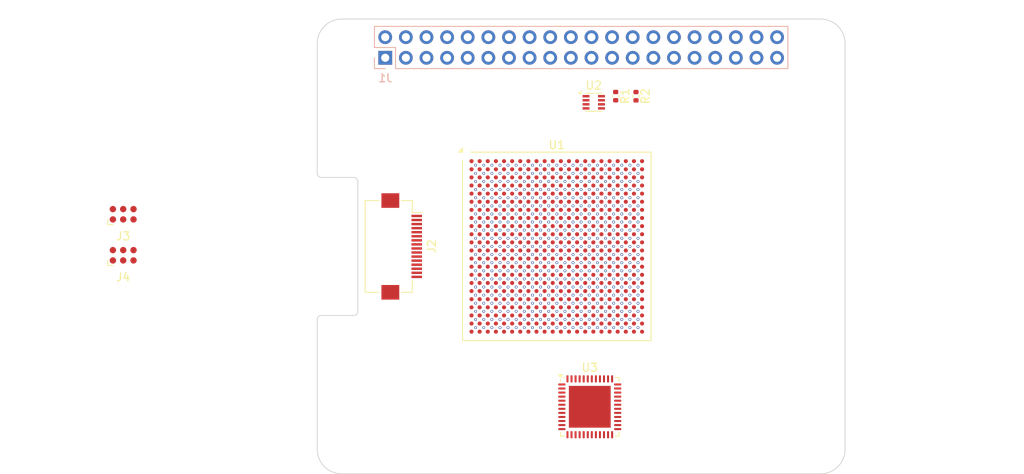
<source format=kicad_pcb>
(kicad_pcb (version 20241229) (generator "pcbnew") (generator_version "9.0")
  (title_block (date "15 nov 2012"))
  (layers (0 "F.Cu" signal) (2 "B.Cu" signal) (13 "F.Paste" user) (15 "B.Paste" user) (5 "F.SilkS" user "F.Silkscreen") (7 "B.SilkS" user "B.Silkscreen") (1 "F.Mask" user) (3 "B.Mask" user) (25 "Edge.Cuts" user))
  (net 0 "")
  (net 1 "GND")
  (net 2 "/GPIO2{slash}SDA1")
  (net 3 "/GPIO3{slash}SCL1")
  (net 4 "/GPIO4{slash}GPCLK0")
  (net 5 "/GPIO14{slash}TXD0")
  (net 6 "/GPIO15{slash}RXD0")
  (net 7 "/GPIO17")
  (net 8 "/GPIO18{slash}PCM.CLK")
  (net 9 "/GPIO27")
  (net 10 "/GPIO22")
  (net 11 "/GPIO23")
  (net 12 "/GPIO24")
  (net 13 "/GPIO10{slash}SPI0.MOSI")
  (net 14 "/GPIO9{slash}SPI0.MISO")
  (net 15 "/GPIO25")
  (net 16 "/GPIO11{slash}SPI0.SCLK")
  (net 17 "/GPIO8{slash}SPI0.CE0")
  (net 18 "/GPIO7{slash}SPI0.CE1")
  (net 19 "/ID_SDA")
  (net 20 "/ID_SCL")
  (net 21 "/GPIO5")
  (net 22 "/GPIO6")
  (net 23 "/GPIO12{slash}PWM0")
  (net 24 "/GPIO13{slash}PWM1")
  (net 25 "/GPIO19{slash}PCM.FS")
  (net 26 "/GPIO16")
  (net 27 "/GPIO26")
  (net 28 "/GPIO20{slash}PCM.DIN")
  (net 29 "/GPIO21{slash}PCM.DOUT")
  (net 30 "+5V")
  (net 31 "+3V3")
  (net 32 "/PCIE_RX_P")
  (net 33 "/PCIE_TX_P")
  (net 34 "/PCIE_CLK_P")
  (net 35 "/PCIE_CLKREQ_N")
  (net 36 "/PCIE_CLK_N")
  (net 37 "/PCIE_PWR_EN")
  (net 38 "/PCIE_TX_N")
  (net 39 "/PCIE_RX_N")
  (net 40 "/PCIE_DET_WAKE")
  (net 41 "/PCIE_RST_B")
  (net 42 "/SWCLK")
  (net 43 "/nRESET")
  (net 44 "/SWO")
  (net 46 "/SWDIO")
  (net 503 "Net-(JP1-A)")
  (net 506 "Net-(U3-PGND4-Pad10)")
  (net 507 "Net-(U3-SW4-Pad8)")
  (net 508 "Net-(U3-SW3-Pad4)")
  (net 511 "Net-(U3-PVIN2-Pad22)")
  (net 512 "Net-(U3-PGND3-Pad2)")
  (net 515 "Net-(U3-PVIN1-Pad36)")
  (net 522 "Net-(U3-SW2-Pad25)")
  (net 524 "Net-(U3-SW1-Pad33)")
  (footprint "MountingHole:MountingHole_2.7mm_M2.5" (layer "F.Cu") (at 161.5 47.5)
    (property "Reference" "MH2" (hide yes))
    (property "Value" "MountingHole_2.7mm_M2.5" (hide yes))
    (pad "" np_thru_hole circle (at 0 0) (size 2.7 2.7) (drill 2.7) (layers "*.Cu" "*.Mask"))
  )
  (footprint "Connector:Tag-Connect_TC2030-IDC-NL_2x03_P1.27mm_Vertical" (layer "F.Cu") (at 76.1 73.09)
    (property "Reference" "J4" (at 0 2.7 0) (layer "F.SilkS"))
    (property "Value" "Conn_ARM_SWD_TagConnect_TC2030-NL")
    (pad "" np_thru_hole circle (at -2.54 0) (size 0.9906 0.9906) (drill 0.9906) (layers "*.Cu" "*.Mask"))
    (pad "" np_thru_hole circle (at 2.54 -1.016) (size 0.9906 0.9906) (drill 0.9906) (layers "*.Cu" "*.Mask"))
    (pad "" np_thru_hole circle (at 2.54 1.016) (size 0.9906 0.9906) (drill 0.9906) (layers "*.Cu" "*.Mask"))
    (pad "1" connect circle (at -1.27 0.635) (size 0.7874 0.7874) (layers "F.Cu" "F.Mask"))
    (pad "2" connect circle (at -1.27 -0.635) (size 0.7874 0.7874) (layers "F.Cu" "F.Mask"))
    (pad "3" connect circle (at 0 0.635) (size 0.7874 0.7874) (layers "F.Cu" "F.Mask"))
    (pad "4" connect circle (at 0 -0.635) (size 0.7874 0.7874) (layers "F.Cu" "F.Mask"))
    (pad "5" connect circle (at 1.27 0.635) (size 0.7874 0.7874) (layers "F.Cu" "F.Mask"))
    (pad "6" connect circle (at 1.27 -0.635) (size 0.7874 0.7874) (layers "F.Cu" "F.Mask"))
  )
  (footprint "Connector:Tag-Connect_TC2030-IDC-NL_2x03_P1.27mm_Vertical" (layer "F.Cu") (at 76.1 68.04)
    (property "Reference" "J3" (at 0 2.7 0) (layer "F.SilkS"))
    (property "Value" "TC2030")
    (pad "" np_thru_hole circle (at -2.54 0) (size 0.9906 0.9906) (drill 0.9906) (layers "*.Cu" "*.Mask"))
    (pad "" np_thru_hole circle (at 2.54 -1.016) (size 0.9906 0.9906) (drill 0.9906) (layers "*.Cu" "*.Mask"))
    (pad "" np_thru_hole circle (at 2.54 1.016) (size 0.9906 0.9906) (drill 0.9906) (layers "*.Cu" "*.Mask"))
    (pad "1" connect circle (at -1.27 0.635) (size 0.7874 0.7874) (layers "F.Cu" "F.Mask"))
    (pad "2" connect circle (at -1.27 -0.635) (size 0.7874 0.7874) (layers "F.Cu" "F.Mask") (net 46 "/SWDIO"))
    (pad "3" connect circle (at 0 0.635) (size 0.7874 0.7874) (layers "F.Cu" "F.Mask") (net 43 "/nRESET"))
    (pad "4" connect circle (at 0 -0.635) (size 0.7874 0.7874) (layers "F.Cu" "F.Mask") (net 42 "/SWCLK"))
    (pad "5" connect circle (at 1.27 0.635) (size 0.7874 0.7874) (layers "F.Cu" "F.Mask") (net 1 "GND"))
    (pad "6" connect circle (at 1.27 -0.635) (size 0.7874 0.7874) (layers "F.Cu" "F.Mask") (net 44 "/SWO"))
  )
  (footprint "Package_DFN_QFN:DFN-8_2x2mm_P0.5mm" (layer "F.Cu") (at 134.05 54.25)
    (property "Reference" "U2" (at 0 -2.075 0) (layer "F.SilkS"))
    (property "Value" "CAT24C256")
    (pad "1" smd rect (at -0.95 -0.75) (size 0.85 0.3) (layers "F.Cu" "F.Mask" "F.Paste"))
    (pad "2" smd rect (at -0.95 -0.25) (size 0.85 0.3) (layers "F.Cu" "F.Mask" "F.Paste"))
    (pad "3" smd rect (at -0.95 0.25) (size 0.85 0.3) (layers "F.Cu" "F.Mask" "F.Paste"))
    (pad "4" smd rect (at -0.95 0.75) (size 0.85 0.3) (layers "F.Cu" "F.Mask" "F.Paste") (net 1 "GND"))
    (pad "5" smd rect (at 0.95 0.75) (size 0.85 0.3) (layers "F.Cu" "F.Mask" "F.Paste") (net 19 "/ID_SDA"))
    (pad "6" smd rect (at 0.95 0.25) (size 0.85 0.3) (layers "F.Cu" "F.Mask" "F.Paste") (net 20 "/ID_SCL"))
    (pad "7" smd rect (at 0.95 -0.25) (size 0.85 0.3) (layers "F.Cu" "F.Mask" "F.Paste") (net 503 "Net-(JP1-A)"))
    (pad "8" smd rect (at 0.95 -0.75) (size 0.85 0.3) (layers "F.Cu" "F.Mask" "F.Paste") (net 31 "+3V3"))
  )
  (footprint "Package_DFN_QFN:QFN-48-1EP_7x7mm_P0.5mm_EP5.15x5.15mm" (layer "F.Cu") (at 133.5625 91.75)
    (property "Reference" "U3" (at 0 -4.83 0) (layer "F.SilkS"))
    (property "Value" "ADP5054")
    (pad "1" smd roundrect (at -3.4375 -2.75) (size 0.875 0.25) (layers "F.Cu" "F.Mask" "F.Paste"))
    (pad "2" smd roundrect (at -3.4375 -2.25) (size 0.875 0.25) (layers "F.Cu" "F.Mask" "F.Paste") (net 512 "Net-(U3-PGND3-Pad2)"))
    (pad "3" smd roundrect (at -3.4375 -1.75) (size 0.875 0.25) (layers "F.Cu" "F.Mask" "F.Paste") (net 512 "Net-(U3-PGND3-Pad2)"))
    (pad "4" smd roundrect (at -3.4375 -1.25) (size 0.875 0.25) (layers "F.Cu" "F.Mask" "F.Paste") (net 508 "Net-(U3-SW3-Pad4)"))
    (pad "5" smd roundrect (at -3.4375 -0.75) (size 0.875 0.25) (layers "F.Cu" "F.Mask" "F.Paste") (net 508 "Net-(U3-SW3-Pad4)"))
    (pad "6" smd roundrect (at -3.4375 -0.25) (size 0.875 0.25) (layers "F.Cu" "F.Mask" "F.Paste"))
    (pad "7" smd roundrect (at -3.4375 0.25) (size 0.875 0.25) (layers "F.Cu" "F.Mask" "F.Paste"))
    (pad "8" smd roundrect (at -3.4375 0.75) (size 0.875 0.25) (layers "F.Cu" "F.Mask" "F.Paste") (net 507 "Net-(U3-SW4-Pad8)"))
    (pad "9" smd roundrect (at -3.4375 1.25) (size 0.875 0.25) (layers "F.Cu" "F.Mask" "F.Paste") (net 507 "Net-(U3-SW4-Pad8)"))
    (pad "10" smd roundrect (at -3.4375 1.75) (size 0.875 0.25) (layers "F.Cu" "F.Mask" "F.Paste") (net 506 "Net-(U3-PGND4-Pad10)"))
    (pad "11" smd roundrect (at -3.4375 2.25) (size 0.875 0.25) (layers "F.Cu" "F.Mask" "F.Paste") (net 506 "Net-(U3-PGND4-Pad10)"))
    (pad "12" smd roundrect (at -3.4375 2.75) (size 0.875 0.25) (layers "F.Cu" "F.Mask" "F.Paste"))
    (pad "13" smd roundrect (at -2.75 3.4375) (size 0.25 0.875) (layers "F.Cu" "F.Mask" "F.Paste"))
    (pad "14" smd roundrect (at -2.25 3.4375) (size 0.25 0.875) (layers "F.Cu" "F.Mask" "F.Paste"))
    (pad "15" smd roundrect (at -1.75 3.4375) (size 0.25 0.875) (layers "F.Cu" "F.Mask" "F.Paste"))
    (pad "16" smd roundrect (at -1.25 3.4375) (size 0.25 0.875) (layers "F.Cu" "F.Mask" "F.Paste"))
    (pad "17" smd roundrect (at -0.75 3.4375) (size 0.25 0.875) (layers "F.Cu" "F.Mask" "F.Paste"))
    (pad "18" smd roundrect (at -0.25 3.4375) (size 0.25 0.875) (layers "F.Cu" "F.Mask" "F.Paste"))
    (pad "19" smd roundrect (at 0.25 3.4375) (size 0.25 0.875) (layers "F.Cu" "F.Mask" "F.Paste"))
    (pad "20" smd roundrect (at 0.75 3.4375) (size 0.25 0.875) (layers "F.Cu" "F.Mask" "F.Paste"))
    (pad "21" smd roundrect (at 1.25 3.4375) (size 0.25 0.875) (layers "F.Cu" "F.Mask" "F.Paste"))
    (pad "22" smd roundrect (at 1.75 3.4375) (size 0.25 0.875) (layers "F.Cu" "F.Mask" "F.Paste") (net 511 "Net-(U3-PVIN2-Pad22)"))
    (pad "23" smd roundrect (at 2.25 3.4375) (size 0.25 0.875) (layers "F.Cu" "F.Mask" "F.Paste") (net 511 "Net-(U3-PVIN2-Pad22)"))
    (pad "24" smd roundrect (at 2.75 3.4375) (size 0.25 0.875) (layers "F.Cu" "F.Mask" "F.Paste") (net 511 "Net-(U3-PVIN2-Pad22)"))
    (pad "25" smd roundrect (at 3.4375 2.75) (size 0.875 0.25) (layers "F.Cu" "F.Mask" "F.Paste") (net 522 "Net-(U3-SW2-Pad25)"))
    (pad "26" smd roundrect (at 3.4375 2.25) (size 0.875 0.25) (layers "F.Cu" "F.Mask" "F.Paste") (net 522 "Net-(U3-SW2-Pad25)"))
    (pad "27" smd roundrect (at 3.4375 1.75) (size 0.875 0.25) (layers "F.Cu" "F.Mask" "F.Paste") (net 522 "Net-(U3-SW2-Pad25)"))
    (pad "28" smd roundrect (at 3.4375 1.25) (size 0.875 0.25) (layers "F.Cu" "F.Mask" "F.Paste"))
    (pad "29" smd roundrect (at 3.4375 0.75) (size 0.875 0.25) (layers "F.Cu" "F.Mask" "F.Paste"))
    (pad "30" smd roundrect (at 3.4375 0.25) (size 0.875 0.25) (layers "F.Cu" "F.Mask" "F.Paste"))
    (pad "31" smd roundrect (at 3.4375 -0.25) (size 0.875 0.25) (layers "F.Cu" "F.Mask" "F.Paste"))
    (pad "32" smd roundrect (at 3.4375 -0.75) (size 0.875 0.25) (layers "F.Cu" "F.Mask" "F.Paste"))
    (pad "33" smd roundrect (at 3.4375 -1.25) (size 0.875 0.25) (layers "F.Cu" "F.Mask" "F.Paste") (net 524 "Net-(U3-SW1-Pad33)"))
    (pad "34" smd roundrect (at 3.4375 -1.75) (size 0.875 0.25) (layers "F.Cu" "F.Mask" "F.Paste") (net 524 "Net-(U3-SW1-Pad33)"))
    (pad "35" smd roundrect (at 3.4375 -2.25) (size 0.875 0.25) (layers "F.Cu" "F.Mask" "F.Paste") (net 524 "Net-(U3-SW1-Pad33)"))
    (pad "36" smd roundrect (at 3.4375 -2.75) (size 0.875 0.25) (layers "F.Cu" "F.Mask" "F.Paste") (net 515 "Net-(U3-PVIN1-Pad36)"))
    (pad "37" smd roundrect (at 2.75 -3.4375) (size 0.25 0.875) (layers "F.Cu" "F.Mask" "F.Paste") (net 515 "Net-(U3-PVIN1-Pad36)"))
    (pad "38" smd roundrect (at 2.25 -3.4375) (size 0.25 0.875) (layers "F.Cu" "F.Mask" "F.Paste") (net 515 "Net-(U3-PVIN1-Pad36)"))
    (pad "39" smd roundrect (at 1.75 -3.4375) (size 0.25 0.875) (layers "F.Cu" "F.Mask" "F.Paste"))
    (pad "40" smd roundrect (at 1.25 -3.4375) (size 0.25 0.875) (layers "F.Cu" "F.Mask" "F.Paste"))
    (pad "41" smd roundrect (at 0.75 -3.4375) (size 0.25 0.875) (layers "F.Cu" "F.Mask" "F.Paste"))
    (pad "42" smd roundrect (at 0.25 -3.4375) (size 0.25 0.875) (layers "F.Cu" "F.Mask" "F.Paste"))
    (pad "43" smd roundrect (at -0.25 -3.4375) (size 0.25 0.875) (layers "F.Cu" "F.Mask" "F.Paste"))
    (pad "44" smd roundrect (at -0.75 -3.4375) (size 0.25 0.875) (layers "F.Cu" "F.Mask" "F.Paste"))
    (pad "45" smd roundrect (at -1.25 -3.4375) (size 0.25 0.875) (layers "F.Cu" "F.Mask" "F.Paste"))
    (pad "46" smd roundrect (at -1.75 -3.4375) (size 0.25 0.875) (layers "F.Cu" "F.Mask" "F.Paste"))
    (pad "47" smd roundrect (at -2.25 -3.4375) (size 0.25 0.875) (layers "F.Cu" "F.Mask" "F.Paste"))
    (pad "48" smd roundrect (at -2.75 -3.4375) (size 0.25 0.875) (layers "F.Cu" "F.Mask" "F.Paste"))
    (pad "49" smd rect (at 0 0) (size 5.15 5.15) (property pad_prop_heatsink) (layers "F.Cu" "F.Mask"))
  )
  (footprint "MountingHole:MountingHole_2.7mm_M2.5" (layer "F.Cu") (at 103.5 96.5)
    (property "Reference" "MH3" (hide yes))
    (property "Value" "MountingHole_2.7mm_M2.5" (hide yes))
    (pad "" np_thru_hole circle (at 0 0) (size 2.7 2.7) (drill 2.7) (layers "*.Cu" "*.Mask"))
  )
  (footprint "Resistor_SMD:R_0402_1005Metric" (layer "F.Cu") (at 136.75 53.49 -90)
    (property "Reference" "R1" (at 0 -1.17 90) (layer "F.SilkS"))
    (property "Value" "3.9k")
    (pad "1" smd roundrect (at -0.51 0 270) (size 0.54 0.64) (layers "F.Cu" "F.Mask" "F.Paste") (net 31 "+3V3"))
    (pad "2" smd roundrect (at 0.51 0 270) (size 0.54 0.64) (layers "F.Cu" "F.Mask" "F.Paste") (net 19 "/ID_SDA"))
  )
  (footprint "MountingHole:MountingHole_2.7mm_M2.5" (layer "F.Cu") (at 103.5 47.5)
    (property "Reference" "MH1" (hide yes))
    (property "Value" "MountingHole_2.7mm_M2.5" (hide yes))
    (pad "" np_thru_hole circle (at 0 0) (size 2.7 2.7) (drill 2.7) (layers "*.Cu" "*.Mask"))
  )
  (footprint "Package_BGA:Xilinx_FGG484" (layer "F.Cu") (at 129.5 72)
    (property "Reference" "U1" (at 0 -12.5 0) (layer "F.SilkS"))
    (property "Value" "XC7A35T-FGG484")
    (pad "A1" smd circle (at -10.5 -10.5) (size 0.5 0.5) (property pad_prop_bga) (layers "F.Cu" "F.Mask" "F.Paste"))
    (pad "A2" smd circle (at -9.5 -10.5) (size 0.5 0.5) (property pad_prop_bga) (layers "F.Cu" "F.Mask" "F.Paste"))
    (pad "A3" smd circle (at -8.5 -10.5) (size 0.5 0.5) (property pad_prop_bga) (layers "F.Cu" "F.Mask" "F.Paste"))
    (pad "A4" smd circle (at -7.5 -10.5) (size 0.5 0.5) (property pad_prop_bga) (layers "F.Cu" "F.Mask" "F.Paste"))
    (pad "A5" smd circle (at -6.5 -10.5) (size 0.5 0.5) (property pad_prop_bga) (layers "F.Cu" "F.Mask" "F.Paste"))
    (pad "A6" smd circle (at -5.5 -10.5) (size 0.5 0.5) (property pad_prop_bga) (layers "F.Cu" "F.Mask" "F.Paste"))
    (pad "A7" smd circle (at -4.5 -10.5) (size 0.5 0.5) (property pad_prop_bga) (layers "F.Cu" "F.Mask" "F.Paste"))
    (pad "A8" smd circle (at -3.5 -10.5) (size 0.5 0.5) (property pad_prop_bga) (layers "F.Cu" "F.Mask" "F.Paste"))
    (pad "A9" smd circle (at -2.5 -10.5) (size 0.5 0.5) (property pad_prop_bga) (layers "F.Cu" "F.Mask" "F.Paste"))
    (pad "A10" smd circle (at -1.5 -10.5) (size 0.5 0.5) (property pad_prop_bga) (layers "F.Cu" "F.Mask" "F.Paste"))
    (pad "A11" smd circle (at -0.5 -10.5) (size 0.5 0.5) (property pad_prop_bga) (layers "F.Cu" "F.Mask" "F.Paste"))
    (pad "A12" smd circle (at 0.5 -10.5) (size 0.5 0.5) (property pad_prop_bga) (layers "F.Cu" "F.Mask" "F.Paste"))
    (pad "A13" smd circle (at 1.5 -10.5) (size 0.5 0.5) (property pad_prop_bga) (layers "F.Cu" "F.Mask" "F.Paste"))
    (pad "A14" smd circle (at 2.5 -10.5) (size 0.5 0.5) (property pad_prop_bga) (layers "F.Cu" "F.Mask" "F.Paste"))
    (pad "A15" smd circle (at 3.5 -10.5) (size 0.5 0.5) (property pad_prop_bga) (layers "F.Cu" "F.Mask" "F.Paste"))
    (pad "A16" smd circle (at 4.5 -10.5) (size 0.5 0.5) (property pad_prop_bga) (layers "F.Cu" "F.Mask" "F.Paste"))
    (pad "A17" smd circle (at 5.5 -10.5) (size 0.5 0.5) (property pad_prop_bga) (layers "F.Cu" "F.Mask" "F.Paste"))
    (pad "A18" smd circle (at 6.5 -10.5) (size 0.5 0.5) (property pad_prop_bga) (layers "F.Cu" "F.Mask" "F.Paste"))
    (pad "A19" smd circle (at 7.5 -10.5) (size 0.5 0.5) (property pad_prop_bga) (layers "F.Cu" "F.Mask" "F.Paste"))
    (pad "A20" smd circle (at 8.5 -10.5) (size 0.5 0.5) (property pad_prop_bga) (layers "F.Cu" "F.Mask" "F.Paste"))
    (pad "A21" smd circle (at 9.5 -10.5) (size 0.5 0.5) (property pad_prop_bga) (layers "F.Cu" "F.Mask" "F.Paste"))
    (pad "A22" smd circle (at 10.5 -10.5) (size 0.5 0.5) (property pad_prop_bga) (layers "F.Cu" "F.Mask" "F.Paste"))
    (pad "AA1" smd circle (at -10.5 9.5) (size 0.5 0.5) (property pad_prop_bga) (layers "F.Cu" "F.Mask" "F.Paste"))
    (pad "AA2" smd circle (at -9.5 9.5) (size 0.5 0.5) (property pad_prop_bga) (layers "F.Cu" "F.Mask" "F.Paste"))
    (pad "AA3" smd circle (at -8.5 9.5) (size 0.5 0.5) (property pad_prop_bga) (layers "F.Cu" "F.Mask" "F.Paste"))
    (pad "AA4" smd circle (at -7.5 9.5) (size 0.5 0.5) (property pad_prop_bga) (layers "F.Cu" "F.Mask" "F.Paste"))
    (pad "AA5" smd circle (at -6.5 9.5) (size 0.5 0.5) (property pad_prop_bga) (layers "F.Cu" "F.Mask" "F.Paste"))
    (pad "AA6" smd circle (at -5.5 9.5) (size 0.5 0.5) (property pad_prop_bga) (layers "F.Cu" "F.Mask" "F.Paste"))
    (pad "AA7" smd circle (at -4.5 9.5) (size 0.5 0.5) (property pad_prop_bga) (layers "F.Cu" "F.Mask" "F.Paste"))
    (pad "AA8" smd circle (at -3.5 9.5) (size 0.5 0.5) (property pad_prop_bga) (layers "F.Cu" "F.Mask" "F.Paste"))
    (pad "AA9" smd circle (at -2.5 9.5) (size 0.5 0.5) (property pad_prop_bga) (layers "F.Cu" "F.Mask" "F.Paste"))
    (pad "AA10" smd circle (at -1.5 9.5) (size 0.5 0.5) (property pad_prop_bga) (layers "F.Cu" "F.Mask" "F.Paste"))
    (pad "AA11" smd circle (at -0.5 9.5) (size 0.5 0.5) (property pad_prop_bga) (layers "F.Cu" "F.Mask" "F.Paste"))
    (pad "AA12" smd circle (at 0.5 9.5) (size 0.5 0.5) (property pad_prop_bga) (layers "F.Cu" "F.Mask" "F.Paste"))
    (pad "AA13" smd circle (at 1.5 9.5) (size 0.5 0.5) (property pad_prop_bga) (layers "F.Cu" "F.Mask" "F.Paste"))
    (pad "AA14" smd circle (at 2.5 9.5) (size 0.5 0.5) (property pad_prop_bga) (layers "F.Cu" "F.Mask" "F.Paste"))
    (pad "AA15" smd circle (at 3.5 9.5) (size 0.5 0.5) (property pad_prop_bga) (layers "F.Cu" "F.Mask" "F.Paste"))
    (pad "AA16" smd circle (at 4.5 9.5) (size 0.5 0.5) (property pad_prop_bga) (layers "F.Cu" "F.Mask" "F.Paste"))
    (pad "AA17" smd circle (at 5.5 9.5) (size 0.5 0.5) (property pad_prop_bga) (layers "F.Cu" "F.Mask" "F.Paste"))
    (pad "AA18" smd circle (at 6.5 9.5) (size 0.5 0.5) (property pad_prop_bga) (layers "F.Cu" "F.Mask" "F.Paste"))
    (pad "AA19" smd circle (at 7.5 9.5) (size 0.5 0.5) (property pad_prop_bga) (layers "F.Cu" "F.Mask" "F.Paste"))
    (pad "AA20" smd circle (at 8.5 9.5) (size 0.5 0.5) (property pad_prop_bga) (layers "F.Cu" "F.Mask" "F.Paste"))
    (pad "AA21" smd circle (at 9.5 9.5) (size 0.5 0.5) (property pad_prop_bga) (layers "F.Cu" "F.Mask" "F.Paste"))
    (pad "AA22" smd circle (at 10.5 9.5) (size 0.5 0.5) (property pad_prop_bga) (layers "F.Cu" "F.Mask" "F.Paste"))
    (pad "AB1" smd circle (at -10.5 10.5) (size 0.5 0.5) (property pad_prop_bga) (layers "F.Cu" "F.Mask" "F.Paste"))
    (pad "AB2" smd circle (at -9.5 10.5) (size 0.5 0.5) (property pad_prop_bga) (layers "F.Cu" "F.Mask" "F.Paste"))
    (pad "AB3" smd circle (at -8.5 10.5) (size 0.5 0.5) (property pad_prop_bga) (layers "F.Cu" "F.Mask" "F.Paste"))
    (pad "AB4" smd circle (at -7.5 10.5) (size 0.5 0.5) (property pad_prop_bga) (layers "F.Cu" "F.Mask" "F.Paste"))
    (pad "AB5" smd circle (at -6.5 10.5) (size 0.5 0.5) (property pad_prop_bga) (layers "F.Cu" "F.Mask" "F.Paste"))
    (pad "AB6" smd circle (at -5.5 10.5) (size 0.5 0.5) (property pad_prop_bga) (layers "F.Cu" "F.Mask" "F.Paste"))
    (pad "AB7" smd circle (at -4.5 10.5) (size 0.5 0.5) (property pad_prop_bga) (layers "F.Cu" "F.Mask" "F.Paste"))
    (pad "AB8" smd circle (at -3.5 10.5) (size 0.5 0.5) (property pad_prop_bga) (layers "F.Cu" "F.Mask" "F.Paste"))
    (pad "AB9" smd circle (at -2.5 10.5) (size 0.5 0.5) (property pad_prop_bga) (layers "F.Cu" "F.Mask" "F.Paste"))
    (pad "AB10" smd circle (at -1.5 10.5) (size 0.5 0.5) (property pad_prop_bga) (layers "F.Cu" "F.Mask" "F.Paste"))
    (pad "AB11" smd circle (at -0.5 10.5) (size 0.5 0.5) (property pad_prop_bga) (layers "F.Cu" "F.Mask" "F.Paste"))
    (pad "AB12" smd circle (at 0.5 10.5) (size 0.5 0.5) (property pad_prop_bga) (layers "F.Cu" "F.Mask" "F.Paste"))
    (pad "AB13" smd circle (at 1.5 10.5) (size 0.5 0.5) (property pad_prop_bga) (layers "F.Cu" "F.Mask" "F.Paste"))
    (pad "AB14" smd circle (at 2.5 10.5) (size 0.5 0.5) (property pad_prop_bga) (layers "F.Cu" "F.Mask" "F.Paste"))
    (pad "AB15" smd circle (at 3.5 10.5) (size 0.5 0.5) (property pad_prop_bga) (layers "F.Cu" "F.Mask" "F.Paste"))
    (pad "AB16" smd circle (at 4.5 10.5) (size 0.5 0.5) (property pad_prop_bga) (layers "F.Cu" "F.Mask" "F.Paste"))
    (pad "AB17" smd circle (at 5.5 10.5) (size 0.5 0.5) (property pad_prop_bga) (layers "F.Cu" "F.Mask" "F.Paste"))
    (pad "AB18" smd circle (at 6.5 10.5) (size 0.5 0.5) (property pad_prop_bga) (layers "F.Cu" "F.Mask" "F.Paste"))
    (pad "AB19" smd circle (at 7.5 10.5) (size 0.5 0.5) (property pad_prop_bga) (layers "F.Cu" "F.Mask" "F.Paste"))
    (pad "AB20" smd circle (at 8.5 10.5) (size 0.5 0.5) (property pad_prop_bga) (layers "F.Cu" "F.Mask" "F.Paste"))
    (pad "AB21" smd circle (at 9.5 10.5) (size 0.5 0.5) (property pad_prop_bga) (layers "F.Cu" "F.Mask" "F.Paste"))
    (pad "AB22" smd circle (at 10.5 10.5) (size 0.5 0.5) (property pad_prop_bga) (layers "F.Cu" "F.Mask" "F.Paste"))
    (pad "B1" smd circle (at -10.5 -9.5) (size 0.5 0.5) (property pad_prop_bga) (layers "F.Cu" "F.Mask" "F.Paste"))
    (pad "B2" smd circle (at -9.5 -9.5) (size 0.5 0.5) (property pad_prop_bga) (layers "F.Cu" "F.Mask" "F.Paste"))
    (pad "B3" smd circle (at -8.5 -9.5) (size 0.5 0.5) (property pad_prop_bga) (layers "F.Cu" "F.Mask" "F.Paste"))
    (pad "B4" smd circle (at -7.5 -9.5) (size 0.5 0.5) (property pad_prop_bga) (layers "F.Cu" "F.Mask" "F.Paste"))
    (pad "B5" smd circle (at -6.5 -9.5) (size 0.5 0.5) (property pad_prop_bga) (layers "F.Cu" "F.Mask" "F.Paste"))
    (pad "B6" smd circle (at -5.5 -9.5) (size 0.5 0.5) (property pad_prop_bga) (layers "F.Cu" "F.Mask" "F.Paste"))
    (pad "B7" smd circle (at -4.5 -9.5) (size 0.5 0.5) (property pad_prop_bga) (layers "F.Cu" "F.Mask" "F.Paste"))
    (pad "B8" smd circle (at -3.5 -9.5) (size 0.5 0.5) (property pad_prop_bga) (layers "F.Cu" "F.Mask" "F.Paste"))
    (pad "B9" smd circle (at -2.5 -9.5) (size 0.5 0.5) (property pad_prop_bga) (layers "F.Cu" "F.Mask" "F.Paste"))
    (pad "B10" smd circle (at -1.5 -9.5) (size 0.5 0.5) (property pad_prop_bga) (layers "F.Cu" "F.Mask" "F.Paste"))
    (pad "B11" smd circle (at -0.5 -9.5) (size 0.5 0.5) (property pad_prop_bga) (layers "F.Cu" "F.Mask" "F.Paste"))
    (pad "B12" smd circle (at 0.5 -9.5) (size 0.5 0.5) (property pad_prop_bga) (layers "F.Cu" "F.Mask" "F.Paste"))
    (pad "B13" smd circle (at 1.5 -9.5) (size 0.5 0.5) (property pad_prop_bga) (layers "F.Cu" "F.Mask" "F.Paste"))
    (pad "B14" smd circle (at 2.5 -9.5) (size 0.5 0.5) (property pad_prop_bga) (layers "F.Cu" "F.Mask" "F.Paste"))
    (pad "B15" smd circle (at 3.5 -9.5) (size 0.5 0.5) (property pad_prop_bga) (layers "F.Cu" "F.Mask" "F.Paste"))
    (pad "B16" smd circle (at 4.5 -9.5) (size 0.5 0.5) (property pad_prop_bga) (layers "F.Cu" "F.Mask" "F.Paste"))
    (pad "B17" smd circle (at 5.5 -9.5) (size 0.5 0.5) (property pad_prop_bga) (layers "F.Cu" "F.Mask" "F.Paste"))
    (pad "B18" smd circle (at 6.5 -9.5) (size 0.5 0.5) (property pad_prop_bga) (layers "F.Cu" "F.Mask" "F.Paste"))
    (pad "B19" smd circle (at 7.5 -9.5) (size 0.5 0.5) (property pad_prop_bga) (layers "F.Cu" "F.Mask" "F.Paste"))
    (pad "B20" smd circle (at 8.5 -9.5) (size 0.5 0.5) (property pad_prop_bga) (layers "F.Cu" "F.Mask" "F.Paste"))
    (pad "B21" smd circle (at 9.5 -9.5) (size 0.5 0.5) (property pad_prop_bga) (layers "F.Cu" "F.Mask" "F.Paste"))
    (pad "B22" smd circle (at 10.5 -9.5) (size 0.5 0.5) (property pad_prop_bga) (layers "F.Cu" "F.Mask" "F.Paste"))
    (pad "C1" smd circle (at -10.5 -8.5) (size 0.5 0.5) (property pad_prop_bga) (layers "F.Cu" "F.Mask" "F.Paste"))
    (pad "C2" smd circle (at -9.5 -8.5) (size 0.5 0.5) (property pad_prop_bga) (layers "F.Cu" "F.Mask" "F.Paste"))
    (pad "C3" smd circle (at -8.5 -8.5) (size 0.5 0.5) (property pad_prop_bga) (layers "F.Cu" "F.Mask" "F.Paste"))
    (pad "C4" smd circle (at -7.5 -8.5) (size 0.5 0.5) (property pad_prop_bga) (layers "F.Cu" "F.Mask" "F.Paste"))
    (pad "C5" smd circle (at -6.5 -8.5) (size 0.5 0.5) (property pad_prop_bga) (layers "F.Cu" "F.Mask" "F.Paste"))
    (pad "C6" smd circle (at -5.5 -8.5) (size 0.5 0.5) (property pad_prop_bga) (layers "F.Cu" "F.Mask" "F.Paste"))
    (pad "C7" smd circle (at -4.5 -8.5) (size 0.5 0.5) (property pad_prop_bga) (layers "F.Cu" "F.Mask" "F.Paste"))
    (pad "C8" smd circle (at -3.5 -8.5) (size 0.5 0.5) (property pad_prop_bga) (layers "F.Cu" "F.Mask" "F.Paste"))
    (pad "C9" smd circle (at -2.5 -8.5) (size 0.5 0.5) (property pad_prop_bga) (layers "F.Cu" "F.Mask" "F.Paste"))
    (pad "C10" smd circle (at -1.5 -8.5) (size 0.5 0.5) (property pad_prop_bga) (layers "F.Cu" "F.Mask" "F.Paste"))
    (pad "C11" smd circle (at -0.5 -8.5) (size 0.5 0.5) (property pad_prop_bga) (layers "F.Cu" "F.Mask" "F.Paste"))
    (pad "C12" smd circle (at 0.5 -8.5) (size 0.5 0.5) (property pad_prop_bga) (layers "F.Cu" "F.Mask" "F.Paste"))
    (pad "C13" smd circle (at 1.5 -8.5) (size 0.5 0.5) (property pad_prop_bga) (layers "F.Cu" "F.Mask" "F.Paste"))
    (pad "C14" smd circle (at 2.5 -8.5) (size 0.5 0.5) (property pad_prop_bga) (layers "F.Cu" "F.Mask" "F.Paste"))
    (pad "C15" smd circle (at 3.5 -8.5) (size 0.5 0.5) (property pad_prop_bga) (layers "F.Cu" "F.Mask" "F.Paste"))
    (pad "C16" smd circle (at 4.5 -8.5) (size 0.5 0.5) (property pad_prop_bga) (layers "F.Cu" "F.Mask" "F.Paste"))
    (pad "C17" smd circle (at 5.5 -8.5) (size 0.5 0.5) (property pad_prop_bga) (layers "F.Cu" "F.Mask" "F.Paste"))
    (pad "C18" smd circle (at 6.5 -8.5) (size 0.5 0.5) (property pad_prop_bga) (layers "F.Cu" "F.Mask" "F.Paste"))
    (pad "C19" smd circle (at 7.5 -8.5) (size 0.5 0.5) (property pad_prop_bga) (layers "F.Cu" "F.Mask" "F.Paste"))
    (pad "C20" smd circle (at 8.5 -8.5) (size 0.5 0.5) (property pad_prop_bga) (layers "F.Cu" "F.Mask" "F.Paste"))
    (pad "C21" smd circle (at 9.5 -8.5) (size 0.5 0.5) (property pad_prop_bga) (layers "F.Cu" "F.Mask" "F.Paste"))
    (pad "C22" smd circle (at 10.5 -8.5) (size 0.5 0.5) (property pad_prop_bga) (layers "F.Cu" "F.Mask" "F.Paste"))
    (pad "D1" smd circle (at -10.5 -7.5) (size 0.5 0.5) (property pad_prop_bga) (layers "F.Cu" "F.Mask" "F.Paste"))
    (pad "D2" smd circle (at -9.5 -7.5) (size 0.5 0.5) (property pad_prop_bga) (layers "F.Cu" "F.Mask" "F.Paste"))
    (pad "D3" smd circle (at -8.5 -7.5) (size 0.5 0.5) (property pad_prop_bga) (layers "F.Cu" "F.Mask" "F.Paste"))
    (pad "D4" smd circle (at -7.5 -7.5) (size 0.5 0.5) (property pad_prop_bga) (layers "F.Cu" "F.Mask" "F.Paste"))
    (pad "D5" smd circle (at -6.5 -7.5) (size 0.5 0.5) (property pad_prop_bga) (layers "F.Cu" "F.Mask" "F.Paste"))
    (pad "D6" smd circle (at -5.5 -7.5) (size 0.5 0.5) (property pad_prop_bga) (layers "F.Cu" "F.Mask" "F.Paste"))
    (pad "D7" smd circle (at -4.5 -7.5) (size 0.5 0.5) (property pad_prop_bga) (layers "F.Cu" "F.Mask" "F.Paste"))
    (pad "D8" smd circle (at -3.5 -7.5) (size 0.5 0.5) (property pad_prop_bga) (layers "F.Cu" "F.Mask" "F.Paste"))
    (pad "D9" smd circle (at -2.5 -7.5) (size 0.5 0.5) (property pad_prop_bga) (layers "F.Cu" "F.Mask" "F.Paste"))
    (pad "D10" smd circle (at -1.5 -7.5) (size 0.5 0.5) (property pad_prop_bga) (layers "F.Cu" "F.Mask" "F.Paste"))
    (pad "D11" smd circle (at -0.5 -7.5) (size 0.5 0.5) (property pad_prop_bga) (layers "F.Cu" "F.Mask" "F.Paste"))
    (pad "D12" smd circle (at 0.5 -7.5) (size 0.5 0.5) (property pad_prop_bga) (layers "F.Cu" "F.Mask" "F.Paste"))
    (pad "D13" smd circle (at 1.5 -7.5) (size 0.5 0.5) (property pad_prop_bga) (layers "F.Cu" "F.Mask" "F.Paste"))
    (pad "D14" smd circle (at 2.5 -7.5) (size 0.5 0.5) (property pad_prop_bga) (layers "F.Cu" "F.Mask" "F.Paste"))
    (pad "D15" smd circle (at 3.5 -7.5) (size 0.5 0.5) (property pad_prop_bga) (layers "F.Cu" "F.Mask" "F.Paste"))
    (pad "D16" smd circle (at 4.5 -7.5) (size 0.5 0.5) (property pad_prop_bga) (layers "F.Cu" "F.Mask" "F.Paste"))
    (pad "D17" smd circle (at 5.5 -7.5) (size 0.5 0.5) (property pad_prop_bga) (layers "F.Cu" "F.Mask" "F.Paste"))
    (pad "D18" smd circle (at 6.5 -7.5) (size 0.5 0.5) (property pad_prop_bga) (layers "F.Cu" "F.Mask" "F.Paste"))
    (pad "D19" smd circle (at 7.5 -7.5) (size 0.5 0.5) (property pad_prop_bga) (layers "F.Cu" "F.Mask" "F.Paste"))
    (pad "D20" smd circle (at 8.5 -7.5) (size 0.5 0.5) (property pad_prop_bga) (layers "F.Cu" "F.Mask" "F.Paste"))
    (pad "D21" smd circle (at 9.5 -7.5) (size 0.5 0.5) (property pad_prop_bga) (layers "F.Cu" "F.Mask" "F.Paste"))
    (pad "D22" smd circle (at 10.5 -7.5) (size 0.5 0.5) (property pad_prop_bga) (layers "F.Cu" "F.Mask" "F.Paste"))
    (pad "E1" smd circle (at -10.5 -6.5) (size 0.5 0.5) (property pad_prop_bga) (layers "F.Cu" "F.Mask" "F.Paste"))
    (pad "E2" smd circle (at -9.5 -6.5) (size 0.5 0.5) (property pad_prop_bga) (layers "F.Cu" "F.Mask" "F.Paste"))
    (pad "E3" smd circle (at -8.5 -6.5) (size 0.5 0.5) (property pad_prop_bga) (layers "F.Cu" "F.Mask" "F.Paste"))
    (pad "E4" smd circle (at -7.5 -6.5) (size 0.5 0.5) (property pad_prop_bga) (layers "F.Cu" "F.Mask" "F.Paste"))
    (pad "E5" smd circle (at -6.5 -6.5) (size 0.5 0.5) (property pad_prop_bga) (layers "F.Cu" "F.Mask" "F.Paste"))
    (pad "E6" smd circle (at -5.5 -6.5) (size 0.5 0.5) (property pad_prop_bga) (layers "F.Cu" "F.Mask" "F.Paste"))
    (pad "E7" smd circle (at -4.5 -6.5) (size 0.5 0.5) (property pad_prop_bga) (layers "F.Cu" "F.Mask" "F.Paste"))
    (pad "E8" smd circle (at -3.5 -6.5) (size 0.5 0.5) (property pad_prop_bga) (layers "F.Cu" "F.Mask" "F.Paste"))
    (pad "E9" smd circle (at -2.5 -6.5) (size 0.5 0.5) (property pad_prop_bga) (layers "F.Cu" "F.Mask" "F.Paste"))
    (pad "E10" smd circle (at -1.5 -6.5) (size 0.5 0.5) (property pad_prop_bga) (layers "F.Cu" "F.Mask" "F.Paste"))
    (pad "E11" smd circle (at -0.5 -6.5) (size 0.5 0.5) (property pad_prop_bga) (layers "F.Cu" "F.Mask" "F.Paste"))
    (pad "E12" smd circle (at 0.5 -6.5) (size 0.5 0.5) (property pad_prop_bga) (layers "F.Cu" "F.Mask" "F.Paste"))
    (pad "E13" smd circle (at 1.5 -6.5) (size 0.5 0.5) (property pad_prop_bga) (layers "F.Cu" "F.Mask" "F.Paste"))
    (pad "E14" smd circle (at 2.5 -6.5) (size 0.5 0.5) (property pad_prop_bga) (layers "F.Cu" "F.Mask" "F.Paste"))
    (pad "E15" smd circle (at 3.5 -6.5) (size 0.5 0.5) (property pad_prop_bga) (layers "F.Cu" "F.Mask" "F.Paste"))
    (pad "E16" smd circle (at 4.5 -6.5) (size 0.5 0.5) (property pad_prop_bga) (layers "F.Cu" "F.Mask" "F.Paste"))
    (pad "E17" smd circle (at 5.5 -6.5) (size 0.5 0.5) (property pad_prop_bga) (layers "F.Cu" "F.Mask" "F.Paste"))
    (pad "E18" smd circle (at 6.5 -6.5) (size 0.5 0.5) (property pad_prop_bga) (layers "F.Cu" "F.Mask" "F.Paste"))
    (pad "E19" smd circle (at 7.5 -6.5) (size 0.5 0.5) (property pad_prop_bga) (layers "F.Cu" "F.Mask" "F.Paste"))
    (pad "E20" smd circle (at 8.5 -6.5) (size 0.5 0.5) (property pad_prop_bga) (layers "F.Cu" "F.Mask" "F.Paste"))
    (pad "E21" smd circle (at 9.5 -6.5) (size 0.5 0.5) (property pad_prop_bga) (layers "F.Cu" "F.Mask" "F.Paste"))
    (pad "E22" smd circle (at 10.5 -6.5) (size 0.5 0.5) (property pad_prop_bga) (layers "F.Cu" "F.Mask" "F.Paste"))
    (pad "F1" smd circle (at -10.5 -5.5) (size 0.5 0.5) (property pad_prop_bga) (layers "F.Cu" "F.Mask" "F.Paste"))
    (pad "F2" smd circle (at -9.5 -5.5) (size 0.5 0.5) (property pad_prop_bga) (layers "F.Cu" "F.Mask" "F.Paste"))
    (pad "F3" smd circle (at -8.5 -5.5) (size 0.5 0.5) (property pad_prop_bga) (layers "F.Cu" "F.Mask" "F.Paste"))
    (pad "F4" smd circle (at -7.5 -5.5) (size 0.5 0.5) (property pad_prop_bga) (layers "F.Cu" "F.Mask" "F.Paste"))
    (pad "F5" smd circle (at -6.5 -5.5) (size 0.5 0.5) (property pad_prop_bga) (layers "F.Cu" "F.Mask" "F.Paste"))
    (pad "F6" smd circle (at -5.5 -5.5) (size 0.5 0.5) (property pad_prop_bga) (layers "F.Cu" "F.Mask" "F.Paste"))
    (pad "F7" smd circle (at -4.5 -5.5) (size 0.5 0.5) (property pad_prop_bga) (layers "F.Cu" "F.Mask" "F.Paste"))
    (pad "F8" smd circle (at -3.5 -5.5) (size 0.5 0.5) (property pad_prop_bga) (layers "F.Cu" "F.Mask" "F.Paste"))
    (pad "F9" smd circle (at -2.5 -5.5) (size 0.5 0.5) (property pad_prop_bga) (layers "F.Cu" "F.Mask" "F.Paste"))
    (pad "F10" smd circle (at -1.5 -5.5) (size 0.5 0.5) (property pad_prop_bga) (layers "F.Cu" "F.Mask" "F.Paste"))
    (pad "F11" smd circle (at -0.5 -5.5) (size 0.5 0.5) (property pad_prop_bga) (layers "F.Cu" "F.Mask" "F.Paste"))
    (pad "F12" smd circle (at 0.5 -5.5) (size 0.5 0.5) (property pad_prop_bga) (layers "F.Cu" "F.Mask" "F.Paste"))
    (pad "F13" smd circle (at 1.5 -5.5) (size 0.5 0.5) (property pad_prop_bga) (layers "F.Cu" "F.Mask" "F.Paste"))
    (pad "F14" smd circle (at 2.5 -5.5) (size 0.5 0.5) (property pad_prop_bga) (layers "F.Cu" "F.Mask" "F.Paste"))
    (pad "F15" smd circle (at 3.5 -5.5) (size 0.5 0.5) (property pad_prop_bga) (layers "F.Cu" "F.Mask" "F.Paste"))
    (pad "F16" smd circle (at 4.5 -5.5) (size 0.5 0.5) (property pad_prop_bga) (layers "F.Cu" "F.Mask" "F.Paste"))
    (pad "F17" smd circle (at 5.5 -5.5) (size 0.5 0.5) (property pad_prop_bga) (layers "F.Cu" "F.Mask" "F.Paste"))
    (pad "F18" smd circle (at 6.5 -5.5) (size 0.5 0.5) (property pad_prop_bga) (layers "F.Cu" "F.Mask" "F.Paste"))
    (pad "F19" smd circle (at 7.5 -5.5) (size 0.5 0.5) (property pad_prop_bga) (layers "F.Cu" "F.Mask" "F.Paste"))
    (pad "F20" smd circle (at 8.5 -5.5) (size 0.5 0.5) (property pad_prop_bga) (layers "F.Cu" "F.Mask" "F.Paste"))
    (pad "F21" smd circle (at 9.5 -5.5) (size 0.5 0.5) (property pad_prop_bga) (layers "F.Cu" "F.Mask" "F.Paste"))
    (pad "F22" smd circle (at 10.5 -5.5) (size 0.5 0.5) (property pad_prop_bga) (layers "F.Cu" "F.Mask" "F.Paste"))
    (pad "G1" smd circle (at -10.5 -4.5) (size 0.5 0.5) (property pad_prop_bga) (layers "F.Cu" "F.Mask" "F.Paste"))
    (pad "G2" smd circle (at -9.5 -4.5) (size 0.5 0.5) (property pad_prop_bga) (layers "F.Cu" "F.Mask" "F.Paste"))
    (pad "G3" smd circle (at -8.5 -4.5) (size 0.5 0.5) (property pad_prop_bga) (layers "F.Cu" "F.Mask" "F.Paste"))
    (pad "G4" smd circle (at -7.5 -4.5) (size 0.5 0.5) (property pad_prop_bga) (layers "F.Cu" "F.Mask" "F.Paste"))
    (pad "G5" smd circle (at -6.5 -4.5) (size 0.5 0.5) (property pad_prop_bga) (layers "F.Cu" "F.Mask" "F.Paste"))
    (pad "G6" smd circle (at -5.5 -4.5) (size 0.5 0.5) (property pad_prop_bga) (layers "F.Cu" "F.Mask" "F.Paste"))
    (pad "G7" smd circle (at -4.5 -4.5) (size 0.5 0.5) (property pad_prop_bga) (layers "F.Cu" "F.Mask" "F.Paste"))
    (pad "G8" smd circle (at -3.5 -4.5) (size 0.5 0.5) (property pad_prop_bga) (layers "F.Cu" "F.Mask" "F.Paste"))
    (pad "G9" smd circle (at -2.5 -4.5) (size 0.5 0.5) (property pad_prop_bga) (layers "F.Cu" "F.Mask" "F.Paste"))
    (pad "G10" smd circle (at -1.5 -4.5) (size 0.5 0.5) (property pad_prop_bga) (layers "F.Cu" "F.Mask" "F.Paste"))
    (pad "G11" smd circle (at -0.5 -4.5) (size 0.5 0.5) (property pad_prop_bga) (layers "F.Cu" "F.Mask" "F.Paste"))
    (pad "G12" smd circle (at 0.5 -4.5) (size 0.5 0.5) (property pad_prop_bga) (layers "F.Cu" "F.Mask" "F.Paste"))
    (pad "G13" smd circle (at 1.5 -4.5) (size 0.5 0.5) (property pad_prop_bga) (layers "F.Cu" "F.Mask" "F.Paste"))
    (pad "G14" smd circle (at 2.5 -4.5) (size 0.5 0.5) (property pad_prop_bga) (layers "F.Cu" "F.Mask" "F.Paste"))
    (pad "G15" smd circle (at 3.5 -4.5) (size 0.5 0.5) (property pad_prop_bga) (layers "F.Cu" "F.Mask" "F.Paste"))
    (pad "G16" smd circle (at 4.5 -4.5) (size 0.5 0.5) (property pad_prop_bga) (layers "F.Cu" "F.Mask" "F.Paste"))
    (pad "G17" smd circle (at 5.5 -4.5) (size 0.5 0.5) (property pad_prop_bga) (layers "F.Cu" "F.Mask" "F.Paste"))
    (pad "G18" smd circle (at 6.5 -4.5) (size 0.5 0.5) (property pad_prop_bga) (layers "F.Cu" "F.Mask" "F.Paste"))
    (pad "G19" smd circle (at 7.5 -4.5) (size 0.5 0.5) (property pad_prop_bga) (layers "F.Cu" "F.Mask" "F.Paste"))
    (pad "G20" smd circle (at 8.5 -4.5) (size 0.5 0.5) (property pad_prop_bga) (layers "F.Cu" "F.Mask" "F.Paste"))
    (pad "G21" smd circle (at 9.5 -4.5) (size 0.5 0.5) (property pad_prop_bga) (layers "F.Cu" "F.Mask" "F.Paste"))
    (pad "G22" smd circle (at 10.5 -4.5) (size 0.5 0.5) (property pad_prop_bga) (layers "F.Cu" "F.Mask" "F.Paste"))
    (pad "H1" smd circle (at -10.5 -3.5) (size 0.5 0.5) (property pad_prop_bga) (layers "F.Cu" "F.Mask" "F.Paste"))
    (pad "H2" smd circle (at -9.5 -3.5) (size 0.5 0.5) (property pad_prop_bga) (layers "F.Cu" "F.Mask" "F.Paste"))
    (pad "H3" smd circle (at -8.5 -3.5) (size 0.5 0.5) (property pad_prop_bga) (layers "F.Cu" "F.Mask" "F.Paste"))
    (pad "H4" smd circle (at -7.5 -3.5) (size 0.5 0.5) (property pad_prop_bga) (layers "F.Cu" "F.Mask" "F.Paste"))
    (pad "H5" smd circle (at -6.5 -3.5) (size 0.5 0.5) (property pad_prop_bga) (layers "F.Cu" "F.Mask" "F.Paste"))
    (pad "H6" smd circle (at -5.5 -3.5) (size 0.5 0.5) (property pad_prop_bga) (layers "F.Cu" "F.Mask" "F.Paste"))
    (pad "H7" smd circle (at -4.5 -3.5) (size 0.5 0.5) (property pad_prop_bga) (layers "F.Cu" "F.Mask" "F.Paste"))
    (pad "H8" smd circle (at -3.5 -3.5) (size 0.5 0.5) (property pad_prop_bga) (layers "F.Cu" "F.Mask" "F.Paste"))
    (pad "H9" smd circle (at -2.5 -3.5) (size 0.5 0.5) (property pad_prop_bga) (layers "F.Cu" "F.Mask" "F.Paste"))
    (pad "H10" smd circle (at -1.5 -3.5) (size 0.5 0.5) (property pad_prop_bga) (layers "F.Cu" "F.Mask" "F.Paste"))
    (pad "H11" smd circle (at -0.5 -3.5) (size 0.5 0.5) (property pad_prop_bga) (layers "F.Cu" "F.Mask" "F.Paste"))
    (pad "H12" smd circle (at 0.5 -3.5) (size 0.5 0.5) (property pad_prop_bga) (layers "F.Cu" "F.Mask" "F.Paste"))
    (pad "H13" smd circle (at 1.5 -3.5) (size 0.5 0.5) (property pad_prop_bga) (layers "F.Cu" "F.Mask" "F.Paste"))
    (pad "H14" smd circle (at 2.5 -3.5) (size 0.5 0.5) (property pad_prop_bga) (layers "F.Cu" "F.Mask" "F.Paste"))
    (pad "H15" smd circle (at 3.5 -3.5) (size 0.5 0.5) (property pad_prop_bga) (layers "F.Cu" "F.Mask" "F.Paste"))
    (pad "H16" smd circle (at 4.5 -3.5) (size 0.5 0.5) (property pad_prop_bga) (layers "F.Cu" "F.Mask" "F.Paste"))
    (pad "H17" smd circle (at 5.5 -3.5) (size 0.5 0.5) (property pad_prop_bga) (layers "F.Cu" "F.Mask" "F.Paste"))
    (pad "H18" smd circle (at 6.5 -3.5) (size 0.5 0.5) (property pad_prop_bga) (layers "F.Cu" "F.Mask" "F.Paste"))
    (pad "H19" smd circle (at 7.5 -3.5) (size 0.5 0.5) (property pad_prop_bga) (layers "F.Cu" "F.Mask" "F.Paste"))
    (pad "H20" smd circle (at 8.5 -3.5) (size 0.5 0.5) (property pad_prop_bga) (layers "F.Cu" "F.Mask" "F.Paste"))
    (pad "H21" smd circle (at 9.5 -3.5) (size 0.5 0.5) (property pad_prop_bga) (layers "F.Cu" "F.Mask" "F.Paste"))
    (pad "H22" smd circle (at 10.5 -3.5) (size 0.5 0.5) (property pad_prop_bga) (layers "F.Cu" "F.Mask" "F.Paste"))
    (pad "J1" smd circle (at -10.5 -2.5) (size 0.5 0.5) (property pad_prop_bga) (layers "F.Cu" "F.Mask" "F.Paste"))
    (pad "J2" smd circle (at -9.5 -2.5) (size 0.5 0.5) (property pad_prop_bga) (layers "F.Cu" "F.Mask" "F.Paste"))
    (pad "J3" smd circle (at -8.5 -2.5) (size 0.5 0.5) (property pad_prop_bga) (layers "F.Cu" "F.Mask" "F.Paste"))
    (pad "J4" smd circle (at -7.5 -2.5) (size 0.5 0.5) (property pad_prop_bga) (layers "F.Cu" "F.Mask" "F.Paste"))
    (pad "J5" smd circle (at -6.5 -2.5) (size 0.5 0.5) (property pad_prop_bga) (layers "F.Cu" "F.Mask" "F.Paste"))
    (pad "J6" smd circle (at -5.5 -2.5) (size 0.5 0.5) (property pad_prop_bga) (layers "F.Cu" "F.Mask" "F.Paste"))
    (pad "J7" smd circle (at -4.5 -2.5) (size 0.5 0.5) (property pad_prop_bga) (layers "F.Cu" "F.Mask" "F.Paste"))
    (pad "J8" smd circle (at -3.5 -2.5) (size 0.5 0.5) (property pad_prop_bga) (layers "F.Cu" "F.Mask" "F.Paste"))
    (pad "J9" smd circle (at -2.5 -2.5) (size 0.5 0.5) (property pad_prop_bga) (layers "F.Cu" "F.Mask" "F.Paste"))
    (pad "J10" smd circle (at -1.5 -2.5) (size 0.5 0.5) (property pad_prop_bga) (layers "F.Cu" "F.Mask" "F.Paste"))
    (pad "J11" smd circle (at -0.5 -2.5) (size 0.5 0.5) (property pad_prop_bga) (layers "F.Cu" "F.Mask" "F.Paste"))
    (pad "J12" smd circle (at 0.5 -2.5) (size 0.5 0.5) (property pad_prop_bga) (layers "F.Cu" "F.Mask" "F.Paste"))
    (pad "J13" smd circle (at 1.5 -2.5) (size 0.5 0.5) (property pad_prop_bga) (layers "F.Cu" "F.Mask" "F.Paste"))
    (pad "J14" smd circle (at 2.5 -2.5) (size 0.5 0.5) (property pad_prop_bga) (layers "F.Cu" "F.Mask" "F.Paste"))
    (pad "J15" smd circle (at 3.5 -2.5) (size 0.5 0.5) (property pad_prop_bga) (layers "F.Cu" "F.Mask" "F.Paste"))
    (pad "J16" smd circle (at 4.5 -2.5) (size 0.5 0.5) (property pad_prop_bga) (layers "F.Cu" "F.Mask" "F.Paste"))
    (pad "J17" smd circle (at 5.5 -2.5) (size 0.5 0.5) (property pad_prop_bga) (layers "F.Cu" "F.Mask" "F.Paste"))
    (pad "J18" smd circle (at 6.5 -2.5) (size 0.5 0.5) (property pad_prop_bga) (layers "F.Cu" "F.Mask" "F.Paste"))
    (pad "J19" smd circle (at 7.5 -2.5) (size 0.5 0.5) (property pad_prop_bga) (layers "F.Cu" "F.Mask" "F.Paste"))
    (pad "J20" smd circle (at 8.5 -2.5) (size 0.5 0.5) (property pad_prop_bga) (layers "F.Cu" "F.Mask" "F.Paste"))
    (pad "J21" smd circle (at 9.5 -2.5) (size 0.5 0.5) (property pad_prop_bga) (layers "F.Cu" "F.Mask" "F.Paste"))
    (pad "J22" smd circle (at 10.5 -2.5) (size 0.5 0.5) (property pad_prop_bga) (layers "F.Cu" "F.Mask" "F.Paste"))
    (pad "K1" smd circle (at -10.5 -1.5) (size 0.5 0.5) (property pad_prop_bga) (layers "F.Cu" "F.Mask" "F.Paste"))
    (pad "K2" smd circle (at -9.5 -1.5) (size 0.5 0.5) (property pad_prop_bga) (layers "F.Cu" "F.Mask" "F.Paste"))
    (pad "K3" smd circle (at -8.5 -1.5) (size 0.5 0.5) (property pad_prop_bga) (layers "F.Cu" "F.Mask" "F.Paste"))
    (pad "K4" smd circle (at -7.5 -1.5) (size 0.5 0.5) (property pad_prop_bga) (layers "F.Cu" "F.Mask" "F.Paste"))
    (pad "K5" smd circle (at -6.5 -1.5) (size 0.5 0.5) (property pad_prop_bga) (layers "F.Cu" "F.Mask" "F.Paste"))
    (pad "K6" smd circle (at -5.5 -1.5) (size 0.5 0.5) (property pad_prop_bga) (layers "F.Cu" "F.Mask" "F.Paste"))
    (pad "K7" smd circle (at -4.5 -1.5) (size 0.5 0.5) (property pad_prop_bga) (layers "F.Cu" "F.Mask" "F.Paste"))
    (pad "K8" smd circle (at -3.5 -1.5) (size 0.5 0.5) (property pad_prop_bga) (layers "F.Cu" "F.Mask" "F.Paste"))
    (pad "K9" smd circle (at -2.5 -1.5) (size 0.5 0.5) (property pad_prop_bga) (layers "F.Cu" "F.Mask" "F.Paste"))
    (pad "K10" smd circle (at -1.5 -1.5) (size 0.5 0.5) (property pad_prop_bga) (layers "F.Cu" "F.Mask" "F.Paste"))
    (pad "K11" smd circle (at -0.5 -1.5) (size 0.5 0.5) (property pad_prop_bga) (layers "F.Cu" "F.Mask" "F.Paste"))
    (pad "K12" smd circle (at 0.5 -1.5) (size 0.5 0.5) (property pad_prop_bga) (layers "F.Cu" "F.Mask" "F.Paste"))
    (pad "K13" smd circle (at 1.5 -1.5) (size 0.5 0.5) (property pad_prop_bga) (layers "F.Cu" "F.Mask" "F.Paste"))
    (pad "K14" smd circle (at 2.5 -1.5) (size 0.5 0.5) (property pad_prop_bga) (layers "F.Cu" "F.Mask" "F.Paste"))
    (pad "K15" smd circle (at 3.5 -1.5) (size 0.5 0.5) (property pad_prop_bga) (layers "F.Cu" "F.Mask" "F.Paste"))
    (pad "K16" smd circle (at 4.5 -1.5) (size 0.5 0.5) (property pad_prop_bga) (layers "F.Cu" "F.Mask" "F.Paste"))
    (pad "K17" smd circle (at 5.5 -1.5) (size 0.5 0.5) (property pad_prop_bga) (layers "F.Cu" "F.Mask" "F.Paste"))
    (pad "K18" smd circle (at 6.5 -1.5) (size 0.5 0.5) (property pad_prop_bga) (layers "F.Cu" "F.Mask" "F.Paste"))
    (pad "K19" smd circle (at 7.5 -1.5) (size 0.5 0.5) (property pad_prop_bga) (layers "F.Cu" "F.Mask" "F.Paste"))
    (pad "K20" smd circle (at 8.5 -1.5) (size 0.5 0.5) (property pad_prop_bga) (layers "F.Cu" "F.Mask" "F.Paste"))
    (pad "K21" smd circle (at 9.5 -1.5) (size 0.5 0.5) (property pad_prop_bga) (layers "F.Cu" "F.Mask" "F.Paste"))
    (pad "K22" smd circle (at 10.5 -1.5) (size 0.5 0.5) (property pad_prop_bga) (layers "F.Cu" "F.Mask" "F.Paste"))
    (pad "L1" smd circle (at -10.5 -0.5) (size 0.5 0.5) (property pad_prop_bga) (layers "F.Cu" "F.Mask" "F.Paste"))
    (pad "L2" smd circle (at -9.5 -0.5) (size 0.5 0.5) (property pad_prop_bga) (layers "F.Cu" "F.Mask" "F.Paste"))
    (pad "L3" smd circle (at -8.5 -0.5) (size 0.5 0.5) (property pad_prop_bga) (layers "F.Cu" "F.Mask" "F.Paste"))
    (pad "L4" smd circle (at -7.5 -0.5) (size 0.5 0.5) (property pad_prop_bga) (layers "F.Cu" "F.Mask" "F.Paste"))
    (pad "L5" smd circle (at -6.5 -0.5) (size 0.5 0.5) (property pad_prop_bga) (layers "F.Cu" "F.Mask" "F.Paste"))
    (pad "L6" smd circle (at -5.5 -0.5) (size 0.5 0.5) (property pad_prop_bga) (layers "F.Cu" "F.Mask" "F.Paste"))
    (pad "L7" smd circle (at -4.5 -0.5) (size 0.5 0.5) (property pad_prop_bga) (layers "F.Cu" "F.Mask" "F.Paste"))
    (pad "L8" smd circle (at -3.5 -0.5) (size 0.5 0.5) (property pad_prop_bga) (layers "F.Cu" "F.Mask" "F.Paste"))
    (pad "L9" smd circle (at -2.5 -0.5) (size 0.5 0.5) (property pad_prop_bga) (layers "F.Cu" "F.Mask" "F.Paste"))
    (pad "L10" smd circle (at -1.5 -0.5) (size 0.5 0.5) (property pad_prop_bga) (layers "F.Cu" "F.Mask" "F.Paste"))
    (pad "L11" smd circle (at -0.5 -0.5) (size 0.5 0.5) (property pad_prop_bga) (layers "F.Cu" "F.Mask" "F.Paste"))
    (pad "L12" smd circle (at 0.5 -0.5) (size 0.5 0.5) (property pad_prop_bga) (layers "F.Cu" "F.Mask" "F.Paste"))
    (pad "L13" smd circle (at 1.5 -0.5) (size 0.5 0.5) (property pad_prop_bga) (layers "F.Cu" "F.Mask" "F.Paste"))
    (pad "L14" smd circle (at 2.5 -0.5) (size 0.5 0.5) (property pad_prop_bga) (layers "F.Cu" "F.Mask" "F.Paste"))
    (pad "L15" smd circle (at 3.5 -0.5) (size 0.5 0.5) (property pad_prop_bga) (layers "F.Cu" "F.Mask" "F.Paste"))
    (pad "L16" smd circle (at 4.5 -0.5) (size 0.5 0.5) (property pad_prop_bga) (layers "F.Cu" "F.Mask" "F.Paste"))
    (pad "L17" smd circle (at 5.5 -0.5) (size 0.5 0.5) (property pad_prop_bga) (layers "F.Cu" "F.Mask" "F.Paste"))
    (pad "L18" smd circle (at 6.5 -0.5) (size 0.5 0.5) (property pad_prop_bga) (layers "F.Cu" "F.Mask" "F.Paste"))
    (pad "L19" smd circle (at 7.5 -0.5) (size 0.5 0.5) (property pad_prop_bga) (layers "F.Cu" "F.Mask" "F.Paste"))
    (pad "L20" smd circle (at 8.5 -0.5) (size 0.5 0.5) (property pad_prop_bga) (layers "F.Cu" "F.Mask" "F.Paste"))
    (pad "L21" smd circle (at 9.5 -0.5) (size 0.5 0.5) (property pad_prop_bga) (layers "F.Cu" "F.Mask" "F.Paste"))
    (pad "L22" smd circle (at 10.5 -0.5) (size 0.5 0.5) (property pad_prop_bga) (layers "F.Cu" "F.Mask" "F.Paste"))
    (pad "M1" smd circle (at -10.5 0.5) (size 0.5 0.5) (property pad_prop_bga) (layers "F.Cu" "F.Mask" "F.Paste"))
    (pad "M2" smd circle (at -9.5 0.5) (size 0.5 0.5) (property pad_prop_bga) (layers "F.Cu" "F.Mask" "F.Paste"))
    (pad "M3" smd circle (at -8.5 0.5) (size 0.5 0.5) (property pad_prop_bga) (layers "F.Cu" "F.Mask" "F.Paste"))
    (pad "M4" smd circle (at -7.5 0.5) (size 0.5 0.5) (property pad_prop_bga) (layers "F.Cu" "F.Mask" "F.Paste"))
    (pad "M5" smd circle (at -6.5 0.5) (size 0.5 0.5) (property pad_prop_bga) (layers "F.Cu" "F.Mask" "F.Paste"))
    (pad "M6" smd circle (at -5.5 0.5) (size 0.5 0.5) (property pad_prop_bga) (layers "F.Cu" "F.Mask" "F.Paste"))
    (pad "M7" smd circle (at -4.5 0.5) (size 0.5 0.5) (property pad_prop_bga) (layers "F.Cu" "F.Mask" "F.Paste"))
    (pad "M8" smd circle (at -3.5 0.5) (size 0.5 0.5) (property pad_prop_bga) (layers "F.Cu" "F.Mask" "F.Paste"))
    (pad "M9" smd circle (at -2.5 0.5) (size 0.5 0.5) (property pad_prop_bga) (layers "F.Cu" "F.Mask" "F.Paste"))
    (pad "M10" smd circle (at -1.5 0.5) (size 0.5 0.5) (property pad_prop_bga) (layers "F.Cu" "F.Mask" "F.Paste"))
    (pad "M11" smd circle (at -0.5 0.5) (size 0.5 0.5) (property pad_prop_bga) (layers "F.Cu" "F.Mask" "F.Paste"))
    (pad "M12" smd circle (at 0.5 0.5) (size 0.5 0.5) (property pad_prop_bga) (layers "F.Cu" "F.Mask" "F.Paste"))
    (pad "M13" smd circle (at 1.5 0.5) (size 0.5 0.5) (property pad_prop_bga) (layers "F.Cu" "F.Mask" "F.Paste"))
    (pad "M14" smd circle (at 2.5 0.5) (size 0.5 0.5) (property pad_prop_bga) (layers "F.Cu" "F.Mask" "F.Paste"))
    (pad "M15" smd circle (at 3.5 0.5) (size 0.5 0.5) (property pad_prop_bga) (layers "F.Cu" "F.Mask" "F.Paste"))
    (pad "M16" smd circle (at 4.5 0.5) (size 0.5 0.5) (property pad_prop_bga) (layers "F.Cu" "F.Mask" "F.Paste"))
    (pad "M17" smd circle (at 5.5 0.5) (size 0.5 0.5) (property pad_prop_bga) (layers "F.Cu" "F.Mask" "F.Paste"))
    (pad "M18" smd circle (at 6.5 0.5) (size 0.5 0.5) (property pad_prop_bga) (layers "F.Cu" "F.Mask" "F.Paste"))
    (pad "M19" smd circle (at 7.5 0.5) (size 0.5 0.5) (property pad_prop_bga) (layers "F.Cu" "F.Mask" "F.Paste"))
    (pad "M20" smd circle (at 8.5 0.5) (size 0.5 0.5) (property pad_prop_bga) (layers "F.Cu" "F.Mask" "F.Paste"))
    (pad "M21" smd circle (at 9.5 0.5) (size 0.5 0.5) (property pad_prop_bga) (layers "F.Cu" "F.Mask" "F.Paste"))
    (pad "M22" smd circle (at 10.5 0.5) (size 0.5 0.5) (property pad_prop_bga) (layers "F.Cu" "F.Mask" "F.Paste"))
    (pad "N1" smd circle (at -10.5 1.5) (size 0.5 0.5) (property pad_prop_bga) (layers "F.Cu" "F.Mask" "F.Paste"))
    (pad "N2" smd circle (at -9.5 1.5) (size 0.5 0.5) (property pad_prop_bga) (layers "F.Cu" "F.Mask" "F.Paste"))
    (pad "N3" smd circle (at -8.5 1.5) (size 0.5 0.5) (property pad_prop_bga) (layers "F.Cu" "F.Mask" "F.Paste"))
    (pad "N4" smd circle (at -7.5 1.5) (size 0.5 0.5) (property pad_prop_bga) (layers "F.Cu" "F.Mask" "F.Paste"))
    (pad "N5" smd circle (at -6.5 1.5) (size 0.5 0.5) (property pad_prop_bga) (layers "F.Cu" "F.Mask" "F.Paste"))
    (pad "N6" smd circle (at -5.5 1.5) (size 0.5 0.5) (property pad_prop_bga) (layers "F.Cu" "F.Mask" "F.Paste"))
    (pad "N7" smd circle (at -4.5 1.5) (size 0.5 0.5) (property pad_prop_bga) (layers "F.Cu" "F.Mask" "F.Paste"))
    (pad "N8" smd circle (at -3.5 1.5) (size 0.5 0.5) (property pad_prop_bga) (layers "F.Cu" "F.Mask" "F.Paste"))
    (pad "N9" smd circle (at -2.5 1.5) (size 0.5 0.5) (property pad_prop_bga) (layers "F.Cu" "F.Mask" "F.Paste"))
    (pad "N10" smd circle (at -1.5 1.5) (size 0.5 0.5) (property pad_prop_bga) (layers "F.Cu" "F.Mask" "F.Paste"))
    (pad "N11" smd circle (at -0.5 1.5) (size 0.5 0.5) (property pad_prop_bga) (layers "F.Cu" "F.Mask" "F.Paste"))
    (pad "N12" smd circle (at 0.5 1.5) (size 0.5 0.5) (property pad_prop_bga) (layers "F.Cu" "F.Mask" "F.Paste"))
    (pad "N13" smd circle (at 1.5 1.5) (size 0.5 0.5) (property pad_prop_bga) (layers "F.Cu" "F.Mask" "F.Paste"))
    (pad "N14" smd circle (at 2.5 1.5) (size 0.5 0.5) (property pad_prop_bga) (layers "F.Cu" "F.Mask" "F.Paste"))
    (pad "N15" smd circle (at 3.5 1.5) (size 0.5 0.5) (property pad_prop_bga) (layers "F.Cu" "F.Mask" "F.Paste"))
    (pad "N16" smd circle (at 4.5 1.5) (size 0.5 0.5) (property pad_prop_bga) (layers "F.Cu" "F.Mask" "F.Paste"))
    (pad "N17" smd circle (at 5.5 1.5) (size 0.5 0.5) (property pad_prop_bga) (layers "F.Cu" "F.Mask" "F.Paste"))
    (pad "N18" smd circle (at 6.5 1.5) (size 0.5 0.5) (property pad_prop_bga) (layers "F.Cu" "F.Mask" "F.Paste"))
    (pad "N19" smd circle (at 7.5 1.5) (size 0.5 0.5) (property pad_prop_bga) (layers "F.Cu" "F.Mask" "F.Paste"))
    (pad "N20" smd circle (at 8.5 1.5) (size 0.5 0.5) (property pad_prop_bga) (layers "F.Cu" "F.Mask" "F.Paste"))
    (pad "N21" smd circle (at 9.5 1.5) (size 0.5 0.5) (property pad_prop_bga) (layers "F.Cu" "F.Mask" "F.Paste"))
    (pad "N22" smd circle (at 10.5 1.5) (size 0.5 0.5) (property pad_prop_bga) (layers "F.Cu" "F.Mask" "F.Paste"))
    (pad "P1" smd circle (at -10.5 2.5) (size 0.5 0.5) (property pad_prop_bga) (layers "F.Cu" "F.Mask" "F.Paste"))
    (pad "P2" smd circle (at -9.5 2.5) (size 0.5 0.5) (property pad_prop_bga) (layers "F.Cu" "F.Mask" "F.Paste"))
    (pad "P3" smd circle (at -8.5 2.5) (size 0.5 0.5) (property pad_prop_bga) (layers "F.Cu" "F.Mask" "F.Paste"))
    (pad "P4" smd circle (at -7.5 2.5) (size 0.5 0.5) (property pad_prop_bga) (layers "F.Cu" "F.Mask" "F.Paste"))
    (pad "P5" smd circle (at -6.5 2.5) (size 0.5 0.5) (property pad_prop_bga) (layers "F.Cu" "F.Mask" "F.Paste"))
    (pad "P6" smd circle (at -5.5 2.5) (size 0.5 0.5) (property pad_prop_bga) (layers "F.Cu" "F.Mask" "F.Paste"))
    (pad "P7" smd circle (at -4.5 2.5) (size 0.5 0.5) (property pad_prop_bga) (layers "F.Cu" "F.Mask" "F.Paste"))
    (pad "P8" smd circle (at -3.5 2.5) (size 0.5 0.5) (property pad_prop_bga) (layers "F.Cu" "F.Mask" "F.Paste"))
    (pad "P9" smd circle (at -2.5 2.5) (size 0.5 0.5) (property pad_prop_bga) (layers "F.Cu" "F.Mask" "F.Paste"))
    (pad "P10" smd circle (at -1.5 2.5) (size 0.5 0.5) (property pad_prop_bga) (layers "F.Cu" "F.Mask" "F.Paste"))
    (pad "P11" smd circle (at -0.5 2.5) (size 0.5 0.5) (property pad_prop_bga) (layers "F.Cu" "F.Mask" "F.Paste"))
    (pad "P12" smd circle (at 0.5 2.5) (size 0.5 0.5) (property pad_prop_bga) (layers "F.Cu" "F.Mask" "F.Paste"))
    (pad "P13" smd circle (at 1.5 2.5) (size 0.5 0.5) (property pad_prop_bga) (layers "F.Cu" "F.Mask" "F.Paste"))
    (pad "P14" smd circle (at 2.5 2.5) (size 0.5 0.5) (property pad_prop_bga) (layers "F.Cu" "F.Mask" "F.Paste"))
    (pad "P15" smd circle (at 3.5 2.5) (size 0.5 0.5) (property pad_prop_bga) (layers "F.Cu" "F.Mask" "F.Paste"))
    (pad "P16" smd circle (at 4.5 2.5) (size 0.5 0.5) (property pad_prop_bga) (layers "F.Cu" "F.Mask" "F.Paste"))
    (pad "P17" smd circle (at 5.5 2.5) (size 0.5 0.5) (property pad_prop_bga) (layers "F.Cu" "F.Mask" "F.Paste"))
    (pad "P18" smd circle (at 6.5 2.5) (size 0.5 0.5) (property pad_prop_bga) (layers "F.Cu" "F.Mask" "F.Paste"))
    (pad "P19" smd circle (at 7.5 2.5) (size 0.5 0.5) (property pad_prop_bga) (layers "F.Cu" "F.Mask" "F.Paste"))
    (pad "P20" smd circle (at 8.5 2.5) (size 0.5 0.5) (property pad_prop_bga) (layers "F.Cu" "F.Mask" "F.Paste"))
    (pad "P21" smd circle (at 9.5 2.5) (size 0.5 0.5) (property pad_prop_bga) (layers "F.Cu" "F.Mask" "F.Paste"))
    (pad "P22" smd circle (at 10.5 2.5) (size 0.5 0.5) (property pad_prop_bga) (layers "F.Cu" "F.Mask" "F.Paste"))
    (pad "R1" smd circle (at -10.5 3.5) (size 0.5 0.5) (property pad_prop_bga) (layers "F.Cu" "F.Mask" "F.Paste"))
    (pad "R2" smd circle (at -9.5 3.5) (size 0.5 0.5) (property pad_prop_bga) (layers "F.Cu" "F.Mask" "F.Paste"))
    (pad "R3" smd circle (at -8.5 3.5) (size 0.5 0.5) (property pad_prop_bga) (layers "F.Cu" "F.Mask" "F.Paste"))
    (pad "R4" smd circle (at -7.5 3.5) (size 0.5 0.5) (property pad_prop_bga) (layers "F.Cu" "F.Mask" "F.Paste"))
    (pad "R5" smd circle (at -6.5 3.5) (size 0.5 0.5) (property pad_prop_bga) (layers "F.Cu" "F.Mask" "F.Paste"))
    (pad "R6" smd circle (at -5.5 3.5) (size 0.5 0.5) (property pad_prop_bga) (layers "F.Cu" "F.Mask" "F.Paste"))
    (pad "R7" smd circle (at -4.5 3.5) (size 0.5 0.5) (property pad_prop_bga) (layers "F.Cu" "F.Mask" "F.Paste"))
    (pad "R8" smd circle (at -3.5 3.5) (size 0.5 0.5) (property pad_prop_bga) (layers "F.Cu" "F.Mask" "F.Paste"))
    (pad "R9" smd circle (at -2.5 3.5) (size 0.5 0.5) (property pad_prop_bga) (layers "F.Cu" "F.Mask" "F.Paste"))
    (pad "R10" smd circle (at -1.5 3.5) (size 0.5 0.5) (property pad_prop_bga) (layers "F.Cu" "F.Mask" "F.Paste"))
    (pad "R11" smd circle (at -0.5 3.5) (size 0.5 0.5) (property pad_prop_bga) (layers "F.Cu" "F.Mask" "F.Paste"))
    (pad "R12" smd circle (at 0.5 3.5) (size 0.5 0.5) (property pad_prop_bga) (layers "F.Cu" "F.Mask" "F.Paste"))
    (pad "R13" smd circle (at 1.5 3.5) (size 0.5 0.5) (property pad_prop_bga) (layers "F.Cu" "F.Mask" "F.Paste"))
    (pad "R14" smd circle (at 2.5 3.5) (size 0.5 0.5) (property pad_prop_bga) (layers "F.Cu" "F.Mask" "F.Paste"))
    (pad "R15" smd circle (at 3.5 3.5) (size 0.5 0.5) (property pad_prop_bga) (layers "F.Cu" "F.Mask" "F.Paste"))
    (pad "R16" smd circle (at 4.5 3.5) (size 0.5 0.5) (property pad_prop_bga) (layers "F.Cu" "F.Mask" "F.Paste"))
    (pad "R17" smd circle (at 5.5 3.5) (size 0.5 0.5) (property pad_prop_bga) (layers "F.Cu" "F.Mask" "F.Paste"))
    (pad "R18" smd circle (at 6.5 3.5) (size 0.5 0.5) (property pad_prop_bga) (layers "F.Cu" "F.Mask" "F.Paste"))
    (pad "R19" smd circle (at 7.5 3.5) (size 0.5 0.5) (property pad_prop_bga) (layers "F.Cu" "F.Mask" "F.Paste"))
    (pad "R20" smd circle (at 8.5 3.5) (size 0.5 0.5) (property pad_prop_bga) (layers "F.Cu" "F.Mask" "F.Paste"))
    (pad "R21" smd circle (at 9.5 3.5) (size 0.5 0.5) (property pad_prop_bga) (layers "F.Cu" "F.Mask" "F.Paste"))
    (pad "R22" smd circle (at 10.5 3.5) (size 0.5 0.5) (property pad_prop_bga) (layers "F.Cu" "F.Mask" "F.Paste"))
    (pad "T1" smd circle (at -10.5 4.5) (size 0.5 0.5) (property pad_prop_bga) (layers "F.Cu" "F.Mask" "F.Paste"))
    (pad "T2" smd circle (at -9.5 4.5) (size 0.5 0.5) (property pad_prop_bga) (layers "F.Cu" "F.Mask" "F.Paste"))
    (pad "T3" smd circle (at -8.5 4.5) (size 0.5 0.5) (property pad_prop_bga) (layers "F.Cu" "F.Mask" "F.Paste"))
    (pad "T4" smd circle (at -7.5 4.5) (size 0.5 0.5) (property pad_prop_bga) (layers "F.Cu" "F.Mask" "F.Paste"))
    (pad "T5" smd circle (at -6.5 4.5) (size 0.5 0.5) (property pad_prop_bga) (layers "F.Cu" "F.Mask" "F.Paste"))
    (pad "T6" smd circle (at -5.5 4.5) (size 0.5 0.5) (property pad_prop_bga) (layers "F.Cu" "F.Mask" "F.Paste"))
    (pad "T7" smd circle (at -4.5 4.5) (size 0.5 0.5) (property pad_prop_bga) (layers "F.Cu" "F.Mask" "F.Paste"))
    (pad "T8" smd circle (at -3.5 4.5) (size 0.5 0.5) (property pad_prop_bga) (layers "F.Cu" "F.Mask" "F.Paste"))
    (pad "T9" smd circle (at -2.5 4.5) (size 0.5 0.5) (property pad_prop_bga) (layers "F.Cu" "F.Mask" "F.Paste"))
    (pad "T10" smd circle (at -1.5 4.5) (size 0.5 0.5) (property pad_prop_bga) (layers "F.Cu" "F.Mask" "F.Paste"))
    (pad "T11" smd circle (at -0.5 4.5) (size 0.5 0.5) (property pad_prop_bga) (layers "F.Cu" "F.Mask" "F.Paste"))
    (pad "T12" smd circle (at 0.5 4.5) (size 0.5 0.5) (property pad_prop_bga) (layers "F.Cu" "F.Mask" "F.Paste"))
    (pad "T13" smd circle (at 1.5 4.5) (size 0.5 0.5) (property pad_prop_bga) (layers "F.Cu" "F.Mask" "F.Paste"))
    (pad "T14" smd circle (at 2.5 4.5) (size 0.5 0.5) (property pad_prop_bga) (layers "F.Cu" "F.Mask" "F.Paste"))
    (pad "T15" smd circle (at 3.5 4.5) (size 0.5 0.5) (property pad_prop_bga) (layers "F.Cu" "F.Mask" "F.Paste"))
    (pad "T16" smd circle (at 4.5 4.5) (size 0.5 0.5) (property pad_prop_bga) (layers "F.Cu" "F.Mask" "F.Paste"))
    (pad "T17" smd circle (at 5.5 4.5) (size 0.5 0.5) (property pad_prop_bga) (layers "F.Cu" "F.Mask" "F.Paste"))
    (pad "T18" smd circle (at 6.5 4.5) (size 0.5 0.5) (property pad_prop_bga) (layers "F.Cu" "F.Mask" "F.Paste"))
    (pad "T19" smd circle (at 7.5 4.5) (size 0.5 0.5) (property pad_prop_bga) (layers "F.Cu" "F.Mask" "F.Paste"))
    (pad "T20" smd circle (at 8.5 4.5) (size 0.5 0.5) (property pad_prop_bga) (layers "F.Cu" "F.Mask" "F.Paste"))
    (pad "T21" smd circle (at 9.5 4.5) (size 0.5 0.5) (property pad_prop_bga) (layers "F.Cu" "F.Mask" "F.Paste"))
    (pad "T22" smd circle (at 10.5 4.5) (size 0.5 0.5) (property pad_prop_bga) (layers "F.Cu" "F.Mask" "F.Paste"))
    (pad "U1" smd circle (at -10.5 5.5) (size 0.5 0.5) (property pad_prop_bga) (layers "F.Cu" "F.Mask" "F.Paste"))
    (pad "U2" smd circle (at -9.5 5.5) (size 0.5 0.5) (property pad_prop_bga) (layers "F.Cu" "F.Mask" "F.Paste"))
    (pad "U3" smd circle (at -8.5 5.5) (size 0.5 0.5) (property pad_prop_bga) (layers "F.Cu" "F.Mask" "F.Paste"))
    (pad "U4" smd circle (at -7.5 5.5) (size 0.5 0.5) (property pad_prop_bga) (layers "F.Cu" "F.Mask" "F.Paste"))
    (pad "U5" smd circle (at -6.5 5.5) (size 0.5 0.5) (property pad_prop_bga) (layers "F.Cu" "F.Mask" "F.Paste"))
    (pad "U6" smd circle (at -5.5 5.5) (size 0.5 0.5) (property pad_prop_bga) (layers "F.Cu" "F.Mask" "F.Paste"))
    (pad "U7" smd circle (at -4.5 5.5) (size 0.5 0.5) (property pad_prop_bga) (layers "F.Cu" "F.Mask" "F.Paste"))
    (pad "U8" smd circle (at -3.5 5.5) (size 0.5 0.5) (property pad_prop_bga) (layers "F.Cu" "F.Mask" "F.Paste"))
    (pad "U9" smd circle (at -2.5 5.5) (size 0.5 0.5) (property pad_prop_bga) (layers "F.Cu" "F.Mask" "F.Paste"))
    (pad "U10" smd circle (at -1.5 5.5) (size 0.5 0.5) (property pad_prop_bga) (layers "F.Cu" "F.Mask" "F.Paste"))
    (pad "U11" smd circle (at -0.5 5.5) (size 0.5 0.5) (property pad_prop_bga) (layers "F.Cu" "F.Mask" "F.Paste"))
    (pad "U12" smd circle (at 0.5 5.5) (size 0.5 0.5) (property pad_prop_bga) (layers "F.Cu" "F.Mask" "F.Paste"))
    (pad "U13" smd circle (at 1.5 5.5) (size 0.5 0.5) (property pad_prop_bga) (layers "F.Cu" "F.Mask" "F.Paste"))
    (pad "U14" smd circle (at 2.5 5.5) (size 0.5 0.5) (property pad_prop_bga) (layers "F.Cu" "F.Mask" "F.Paste"))
    (pad "U15" smd circle (at 3.5 5.5) (size 0.5 0.5) (property pad_prop_bga) (layers "F.Cu" "F.Mask" "F.Paste"))
    (pad "U16" smd circle (at 4.5 5.5) (size 0.5 0.5) (property pad_prop_bga) (layers "F.Cu" "F.Mask" "F.Paste"))
    (pad "U17" smd circle (at 5.5 5.5) (size 0.5 0.5) (property pad_prop_bga) (layers "F.Cu" "F.Mask" "F.Paste"))
    (pad "U18" smd circle (at 6.5 5.5) (size 0.5 0.5) (property pad_prop_bga) (layers "F.Cu" "F.Mask" "F.Paste"))
    (pad "U19" smd circle (at 7.5 5.5) (size 0.5 0.5) (property pad_prop_bga) (layers "F.Cu" "F.Mask" "F.Paste"))
    (pad "U20" smd circle (at 8.5 5.5) (size 0.5 0.5) (property pad_prop_bga) (layers "F.Cu" "F.Mask" "F.Paste"))
    (pad "U21" smd circle (at 9.5 5.5) (size 0.5 0.5) (property pad_prop_bga) (layers "F.Cu" "F.Mask" "F.Paste"))
    (pad "U22" smd circle (at 10.5 5.5) (size 0.5 0.5) (property pad_prop_bga) (layers "F.Cu" "F.Mask" "F.Paste"))
    (pad "V1" smd circle (at -10.5 6.5) (size 0.5 0.5) (property pad_prop_bga) (layers "F.Cu" "F.Mask" "F.Paste"))
    (pad "V2" smd circle (at -9.5 6.5) (size 0.5 0.5) (property pad_prop_bga) (layers "F.Cu" "F.Mask" "F.Paste"))
    (pad "V3" smd circle (at -8.5 6.5) (size 0.5 0.5) (property pad_prop_bga) (layers "F.Cu" "F.Mask" "F.Paste"))
    (pad "V4" smd circle (at -7.5 6.5) (size 0.5 0.5) (property pad_prop_bga) (layers "F.Cu" "F.Mask" "F.Paste"))
    (pad "V5" smd circle (at -6.5 6.5) (size 0.5 0.5) (property pad_prop_bga) (layers "F.Cu" "F.Mask" "F.Paste"))
    (pad "V6" smd circle (at -5.5 6.5) (size 0.5 0.5) (property pad_prop_bga) (layers "F.Cu" "F.Mask" "F.Paste"))
    (pad "V7" smd circle (at -4.5 6.5) (size 0.5 0.5) (property pad_prop_bga) (layers "F.Cu" "F.Mask" "F.Paste"))
    (pad "V8" smd circle (at -3.5 6.5) (size 0.5 0.5) (property pad_prop_bga) (layers "F.Cu" "F.Mask" "F.Paste"))
    (pad "V9" smd circle (at -2.5 6.5) (size 0.5 0.5) (property pad_prop_bga) (layers "F.Cu" "F.Mask" "F.Paste"))
    (pad "V10" smd circle (at -1.5 6.5) (size 0.5 0.5) (property pad_prop_bga) (layers "F.Cu" "F.Mask" "F.Paste"))
    (pad "V11" smd circle (at -0.5 6.5) (size 0.5 0.5) (property pad_prop_bga) (layers "F.Cu" "F.Mask" "F.Paste"))
    (pad "V12" smd circle (at 0.5 6.5) (size 0.5 0.5) (property pad_prop_bga) (layers "F.Cu" "F.Mask" "F.Paste"))
    (pad "V13" smd circle (at 1.5 6.5) (size 0.5 0.5) (property pad_prop_bga) (layers "F.Cu" "F.Mask" "F.Paste"))
    (pad "V14" smd circle (at 2.5 6.5) (size 0.5 0.5) (property pad_prop_bga) (layers "F.Cu" "F.Mask" "F.Paste"))
    (pad "V15" smd circle (at 3.5 6.5) (size 0.5 0.5) (property pad_prop_bga) (layers "F.Cu" "F.Mask" "F.Paste"))
    (pad "V16" smd circle (at 4.5 6.5) (size 0.5 0.5) (property pad_prop_bga) (layers "F.Cu" "F.Mask" "F.Paste"))
    (pad "V17" smd circle (at 5.5 6.5) (size 0.5 0.5) (property pad_prop_bga) (layers "F.Cu" "F.Mask" "F.Paste"))
    (pad "V18" smd circle (at 6.5 6.5) (size 0.5 0.5) (property pad_prop_bga) (layers "F.Cu" "F.Mask" "F.Paste"))
    (pad "V19" smd circle (at 7.5 6.5) (size 0.5 0.5) (property pad_prop_bga) (layers "F.Cu" "F.Mask" "F.Paste"))
    (pad "V20" smd circle (at 8.5 6.5) (size 0.5 0.5) (property pad_prop_bga) (layers "F.Cu" "F.Mask" "F.Paste"))
    (pad "V21" smd circle (at 9.5 6.5) (size 0.5 0.5) (property pad_prop_bga) (layers "F.Cu" "F.Mask" "F.Paste"))
    (pad "V22" smd circle (at 10.5 6.5) (size 0.5 0.5) (property pad_prop_bga) (layers "F.Cu" "F.Mask" "F.Paste"))
    (pad "W1" smd circle (at -10.5 7.5) (size 0.5 0.5) (property pad_prop_bga) (layers "F.Cu" "F.Mask" "F.Paste"))
    (pad "W2" smd circle (at -9.5 7.5) (size 0.5 0.5) (property pad_prop_bga) (layers "F.Cu" "F.Mask" "F.Paste"))
    (pad "W3" smd circle (at -8.5 7.5) (size 0.5 0.5) (property pad_prop_bga) (layers "F.Cu" "F.Mask" "F.Paste"))
    (pad "W4" smd circle (at -7.5 7.5) (size 0.5 0.5) (property pad_prop_bga) (layers "F.Cu" "F.Mask" "F.Paste"))
    (pad "W5" smd circle (at -6.5 7.5) (size 0.5 0.5) (property pad_prop_bga) (layers "F.Cu" "F.Mask" "F.Paste"))
    (pad "W6" smd circle (at -5.5 7.5) (size 0.5 0.5) (property pad_prop_bga) (layers "F.Cu" "F.Mask" "F.Paste"))
    (pad "W7" smd circle (at -4.5 7.5) (size 0.5 0.5) (property pad_prop_bga) (layers "F.Cu" "F.Mask" "F.Paste"))
    (pad "W8" smd circle (at -3.5 7.5) (size 0.5 0.5) (property pad_prop_bga) (layers "F.Cu" "F.Mask" "F.Paste"))
    (pad "W9" smd circle (at -2.5 7.5) (size 0.5 0.5) (property pad_prop_bga) (layers "F.Cu" "F.Mask" "F.Paste"))
    (pad "W10" smd circle (at -1.5 7.5) (size 0.5 0.5) (property pad_prop_bga) (layers "F.Cu" "F.Mask" "F.Paste"))
    (pad "W11" smd circle (at -0.5 7.5) (size 0.5 0.5) (property pad_prop_bga) (layers "F.Cu" "F.Mask" "F.Paste"))
    (pad "W12" smd circle (at 0.5 7.5) (size 0.5 0.5) (property pad_prop_bga) (layers "F.Cu" "F.Mask" "F.Paste"))
    (pad "W13" smd circle (at 1.5 7.5) (size 0.5 0.5) (property pad_prop_bga) (layers "F.Cu" "F.Mask" "F.Paste"))
    (pad "W14" smd circle (at 2.5 7.5) (size 0.5 0.5) (property pad_prop_bga) (layers "F.Cu" "F.Mask" "F.Paste"))
    (pad "W15" smd circle (at 3.5 7.5) (size 0.5 0.5) (property pad_prop_bga) (layers "F.Cu" "F.Mask" "F.Paste"))
    (pad "W16" smd circle (at 4.5 7.5) (size 0.5 0.5) (property pad_prop_bga) (layers "F.Cu" "F.Mask" "F.Paste"))
    (pad "W17" smd circle (at 5.5 7.5) (size 0.5 0.5) (property pad_prop_bga) (layers "F.Cu" "F.Mask" "F.Paste"))
    (pad "W18" smd circle (at 6.5 7.5) (size 0.5 0.5) (property pad_prop_bga) (layers "F.Cu" "F.Mask" "F.Paste"))
    (pad "W19" smd circle (at 7.5 7.5) (size 0.5 0.5) (property pad_prop_bga) (layers "F.Cu" "F.Mask" "F.Paste"))
    (pad "W20" smd circle (at 8.5 7.5) (size 0.5 0.5) (property pad_prop_bga) (layers "F.Cu" "F.Mask" "F.Paste"))
    (pad "W21" smd circle (at 9.5 7.5) (size 0.5 0.5) (property pad_prop_bga) (layers "F.Cu" "F.Mask" "F.Paste"))
    (pad "W22" smd circle (at 10.5 7.5) (size 0.5 0.5) (property pad_prop_bga) (layers "F.Cu" "F.Mask" "F.Paste"))
    (pad "Y1" smd circle (at -10.5 8.5) (size 0.5 0.5) (property pad_prop_bga) (layers "F.Cu" "F.Mask" "F.Paste"))
    (pad "Y2" smd circle (at -9.5 8.5) (size 0.5 0.5) (property pad_prop_bga) (layers "F.Cu" "F.Mask" "F.Paste"))
    (pad "Y3" smd circle (at -8.5 8.5) (size 0.5 0.5) (property pad_prop_bga) (layers "F.Cu" "F.Mask" "F.Paste"))
    (pad "Y4" smd circle (at -7.5 8.5) (size 0.5 0.5) (property pad_prop_bga) (layers "F.Cu" "F.Mask" "F.Paste"))
    (pad "Y5" smd circle (at -6.5 8.5) (size 0.5 0.5) (property pad_prop_bga) (layers "F.Cu" "F.Mask" "F.Paste"))
    (pad "Y6" smd circle (at -5.5 8.5) (size 0.5 0.5) (property pad_prop_bga) (layers "F.Cu" "F.Mask" "F.Paste"))
    (pad "Y7" smd circle (at -4.5 8.5) (size 0.5 0.5) (property pad_prop_bga) (layers "F.Cu" "F.Mask" "F.Paste"))
    (pad "Y8" smd circle (at -3.5 8.5) (size 0.5 0.5) (property pad_prop_bga) (layers "F.Cu" "F.Mask" "F.Paste"))
    (pad "Y9" smd circle (at -2.5 8.5) (size 0.5 0.5) (property pad_prop_bga) (layers "F.Cu" "F.Mask" "F.Paste"))
    (pad "Y10" smd circle (at -1.5 8.5) (size 0.5 0.5) (property pad_prop_bga) (layers "F.Cu" "F.Mask" "F.Paste"))
    (pad "Y11" smd circle (at -0.5 8.5) (size 0.5 0.5) (property pad_prop_bga) (layers "F.Cu" "F.Mask" "F.Paste"))
    (pad "Y12" smd circle (at 0.5 8.5) (size 0.5 0.5) (property pad_prop_bga) (layers "F.Cu" "F.Mask" "F.Paste"))
    (pad "Y13" smd circle (at 1.5 8.5) (size 0.5 0.5) (property pad_prop_bga) (layers "F.Cu" "F.Mask" "F.Paste"))
    (pad "Y14" smd circle (at 2.5 8.5) (size 0.5 0.5) (property pad_prop_bga) (layers "F.Cu" "F.Mask" "F.Paste"))
    (pad "Y15" smd circle (at 3.5 8.5) (size 0.5 0.5) (property pad_prop_bga) (layers "F.Cu" "F.Mask" "F.Paste"))
    (pad "Y16" smd circle (at 4.5 8.5) (size 0.5 0.5) (property pad_prop_bga) (layers "F.Cu" "F.Mask" "F.Paste"))
    (pad "Y17" smd circle (at 5.5 8.5) (size 0.5 0.5) (property pad_prop_bga) (layers "F.Cu" "F.Mask" "F.Paste"))
    (pad "Y18" smd circle (at 6.5 8.5) (size 0.5 0.5) (property pad_prop_bga) (layers "F.Cu" "F.Mask" "F.Paste"))
    (pad "Y19" smd circle (at 7.5 8.5) (size 0.5 0.5) (property pad_prop_bga) (layers "F.Cu" "F.Mask" "F.Paste"))
    (pad "Y20" smd circle (at 8.5 8.5) (size 0.5 0.5) (property pad_prop_bga) (layers "F.Cu" "F.Mask" "F.Paste"))
    (pad "Y21" smd circle (at 9.5 8.5) (size 0.5 0.5) (property pad_prop_bga) (layers "F.Cu" "F.Mask" "F.Paste"))
    (pad "Y22" smd circle (at 10.5 8.5) (size 0.5 0.5) (property pad_prop_bga) (layers "F.Cu" "F.Mask" "F.Paste"))
  )
  (footprint "Resistor_SMD:R_0402_1005Metric" (layer "F.Cu") (at 139.25 53.5 -90)
    (property "Reference" "R2" (at 0 -1.17 90) (layer "F.SilkS"))
    (property "Value" "3.9k")
    (pad "1" smd roundrect (at -0.51 0 270) (size 0.54 0.64) (layers "F.Cu" "F.Mask" "F.Paste") (net 31 "+3V3"))
    (pad "2" smd roundrect (at 0.51 0 270) (size 0.54 0.64) (layers "F.Cu" "F.Mask" "F.Paste") (net 20 "/ID_SCL"))
  )
  (footprint "MountingHole:MountingHole_2.7mm_M2.5" (layer "F.Cu") (at 161.5 96.5)
    (property "Reference" "MH4" (hide yes))
    (property "Value" "MountingHole_2.7mm_M2.5" (hide yes))
    (pad "" np_thru_hole circle (at 0 0) (size 2.7 2.7) (drill 2.7) (layers "*.Cu" "*.Mask"))
  )
  (footprint "Connector_FFC-FPC:Hirose_FH12-16S-0.5SH_1x16-1MP_P0.50mm_Horizontal" (layer "F.Cu") (at 110.4 72 -90)
    (property "Reference" "J2" (at 0 -3.7 90) (layer "F.SilkS"))
    (property "Value" "Hirose_FH12-16S")
    (pad "1" smd rect (at -3.75 -1.85 270) (size 0.3 1.3) (layers "F.Cu" "F.Mask" "F.Paste") (net 30 "+5V"))
    (pad "2" smd rect (at -3.25 -1.85 270) (size 0.3 1.3) (layers "F.Cu" "F.Mask" "F.Paste") (net 30 "+5V"))
    (pad "3" smd rect (at -2.75 -1.85 270) (size 0.3 1.3) (layers "F.Cu" "F.Mask" "F.Paste") (net 1 "GND"))
    (pad "4" smd rect (at -2.25 -1.85 270) (size 0.3 1.3) (layers "F.Cu" "F.Mask" "F.Paste") (net 34 "/PCIE_CLK_P"))
    (pad "5" smd rect (at -1.75 -1.85 270) (size 0.3 1.3) (layers "F.Cu" "F.Mask" "F.Paste") (net 36 "/PCIE_CLK_N"))
    (pad "6" smd rect (at -1.25 -1.85 270) (size 0.3 1.3) (layers "F.Cu" "F.Mask" "F.Paste") (net 1 "GND"))
    (pad "7" smd rect (at -0.75 -1.85 270) (size 0.3 1.3) (layers "F.Cu" "F.Mask" "F.Paste") (net 32 "/PCIE_RX_P"))
    (pad "8" smd rect (at -0.25 -1.85 270) (size 0.3 1.3) (layers "F.Cu" "F.Mask" "F.Paste") (net 39 "/PCIE_RX_N"))
    (pad "9" smd rect (at 0.25 -1.85 270) (size 0.3 1.3) (layers "F.Cu" "F.Mask" "F.Paste") (net 1 "GND"))
    (pad "10" smd rect (at 0.75 -1.85 270) (size 0.3 1.3) (layers "F.Cu" "F.Mask" "F.Paste") (net 33 "/PCIE_TX_P"))
    (pad "11" smd rect (at 1.25 -1.85 270) (size 0.3 1.3) (layers "F.Cu" "F.Mask" "F.Paste") (net 38 "/PCIE_TX_N"))
    (pad "12" smd rect (at 1.75 -1.85 270) (size 0.3 1.3) (layers "F.Cu" "F.Mask" "F.Paste") (net 1 "GND"))
    (pad "13" smd rect (at 2.25 -1.85 270) (size 0.3 1.3) (layers "F.Cu" "F.Mask" "F.Paste") (net 37 "/PCIE_PWR_EN"))
    (pad "14" smd rect (at 2.75 -1.85 270) (size 0.3 1.3) (layers "F.Cu" "F.Mask" "F.Paste") (net 40 "/PCIE_DET_WAKE"))
    (pad "15" smd rect (at 3.25 -1.85 270) (size 0.3 1.3) (layers "F.Cu" "F.Mask" "F.Paste") (net 35 "/PCIE_CLKREQ_N"))
    (pad "16" smd rect (at 3.75 -1.85 270) (size 0.3 1.3) (layers "F.Cu" "F.Mask" "F.Paste") (net 41 "/PCIE_RST_B"))
    (pad "MP" smd rect (at -5.65 1.4 270) (size 1.8 2.2) (layers "F.Cu" "F.Mask" "F.Paste"))
    (pad "MP" smd rect (at 5.65 1.4 270) (size 1.8 2.2) (layers "F.Cu" "F.Mask" "F.Paste"))
  )
  (footprint "Connector_PinSocket_2.54mm:PinSocket_2x20_P2.54mm_Vertical" (layer "B.Cu") (at 108.37 48.77 -90)
    (property "Reference" "J1" (at 2.5 0 0) (layer "B.SilkS") (effects (justify mirror)))
    (property "Value" "GPIO")
    (pad "1" thru_hole rect (at 0 0 270) (size 1.7 1.7) (drill 1) (layers "*.Cu" "*.Mask") (net 31 "+3V3"))
    (pad "2" thru_hole oval (at -2.54 0 270) (size 1.7 1.7) (drill 1) (layers "*.Cu" "*.Mask") (net 30 "+5V"))
    (pad "3" thru_hole oval (at 0 -2.54 270) (size 1.7 1.7) (drill 1) (layers "*.Cu" "*.Mask") (net 2 "/GPIO2{slash}SDA1"))
    (pad "4" thru_hole oval (at -2.54 -2.54 270) (size 1.7 1.7) (drill 1) (layers "*.Cu" "*.Mask") (net 30 "+5V"))
    (pad "5" thru_hole oval (at 0 -5.08 270) (size 1.7 1.7) (drill 1) (layers "*.Cu" "*.Mask") (net 3 "/GPIO3{slash}SCL1"))
    (pad "6" thru_hole oval (at -2.54 -5.08 270) (size 1.7 1.7) (drill 1) (layers "*.Cu" "*.Mask") (net 1 "GND"))
    (pad "7" thru_hole oval (at 0 -7.62 270) (size 1.7 1.7) (drill 1) (layers "*.Cu" "*.Mask") (net 4 "/GPIO4{slash}GPCLK0"))
    (pad "8" thru_hole oval (at -2.54 -7.62 270) (size 1.7 1.7) (drill 1) (layers "*.Cu" "*.Mask") (net 5 "/GPIO14{slash}TXD0"))
    (pad "9" thru_hole oval (at 0 -10.16 270) (size 1.7 1.7) (drill 1) (layers "*.Cu" "*.Mask") (net 1 "GND"))
    (pad "10" thru_hole oval (at -2.54 -10.16 270) (size 1.7 1.7) (drill 1) (layers "*.Cu" "*.Mask") (net 6 "/GPIO15{slash}RXD0"))
    (pad "11" thru_hole oval (at 0 -12.7 270) (size 1.7 1.7) (drill 1) (layers "*.Cu" "*.Mask") (net 7 "/GPIO17"))
    (pad "12" thru_hole oval (at -2.54 -12.7 270) (size 1.7 1.7) (drill 1) (layers "*.Cu" "*.Mask") (net 8 "/GPIO18{slash}PCM.CLK"))
    (pad "13" thru_hole oval (at 0 -15.24 270) (size 1.7 1.7) (drill 1) (layers "*.Cu" "*.Mask") (net 9 "/GPIO27"))
    (pad "14" thru_hole oval (at -2.54 -15.24 270) (size 1.7 1.7) (drill 1) (layers "*.Cu" "*.Mask") (net 1 "GND"))
    (pad "15" thru_hole oval (at 0 -17.78 270) (size 1.7 1.7) (drill 1) (layers "*.Cu" "*.Mask") (net 10 "/GPIO22"))
    (pad "16" thru_hole oval (at -2.54 -17.78 270) (size 1.7 1.7) (drill 1) (layers "*.Cu" "*.Mask") (net 11 "/GPIO23"))
    (pad "17" thru_hole oval (at 0 -20.32 270) (size 1.7 1.7) (drill 1) (layers "*.Cu" "*.Mask") (net 31 "+3V3"))
    (pad "18" thru_hole oval (at -2.54 -20.32 270) (size 1.7 1.7) (drill 1) (layers "*.Cu" "*.Mask") (net 12 "/GPIO24"))
    (pad "19" thru_hole oval (at 0 -22.86 270) (size 1.7 1.7) (drill 1) (layers "*.Cu" "*.Mask") (net 13 "/GPIO10{slash}SPI0.MOSI"))
    (pad "20" thru_hole oval (at -2.54 -22.86 270) (size 1.7 1.7) (drill 1) (layers "*.Cu" "*.Mask") (net 1 "GND"))
    (pad "21" thru_hole oval (at 0 -25.4 270) (size 1.7 1.7) (drill 1) (layers "*.Cu" "*.Mask") (net 14 "/GPIO9{slash}SPI0.MISO"))
    (pad "22" thru_hole oval (at -2.54 -25.4 270) (size 1.7 1.7) (drill 1) (layers "*.Cu" "*.Mask") (net 15 "/GPIO25"))
    (pad "23" thru_hole oval (at 0 -27.94 270) (size 1.7 1.7) (drill 1) (layers "*.Cu" "*.Mask") (net 16 "/GPIO11{slash}SPI0.SCLK"))
    (pad "24" thru_hole oval (at -2.54 -27.94 270) (size 1.7 1.7) (drill 1) (layers "*.Cu" "*.Mask") (net 17 "/GPIO8{slash}SPI0.CE0"))
    (pad "25" thru_hole oval (at 0 -30.48 270) (size 1.7 1.7) (drill 1) (layers "*.Cu" "*.Mask") (net 1 "GND"))
    (pad "26" thru_hole oval (at -2.54 -30.48 270) (size 1.7 1.7) (drill 1) (layers "*.Cu" "*.Mask") (net 18 "/GPIO7{slash}SPI0.CE1"))
    (pad "27" thru_hole oval (at 0 -33.02 270) (size 1.7 1.7) (drill 1) (layers "*.Cu" "*.Mask") (net 19 "/ID_SDA"))
    (pad "28" thru_hole oval (at -2.54 -33.02 270) (size 1.7 1.7) (drill 1) (layers "*.Cu" "*.Mask") (net 20 "/ID_SCL"))
    (pad "29" thru_hole oval (at 0 -35.56 270) (size 1.7 1.7) (drill 1) (layers "*.Cu" "*.Mask") (net 21 "/GPIO5"))
    (pad "30" thru_hole oval (at -2.54 -35.56 270) (size 1.7 1.7) (drill 1) (layers "*.Cu" "*.Mask") (net 1 "GND"))
    (pad "31" thru_hole oval (at 0 -38.1 270) (size 1.7 1.7) (drill 1) (layers "*.Cu" "*.Mask") (net 22 "/GPIO6"))
    (pad "32" thru_hole oval (at -2.54 -38.1 270) (size 1.7 1.7) (drill 1) (layers "*.Cu" "*.Mask") (net 23 "/GPIO12{slash}PWM0"))
    (pad "33" thru_hole oval (at 0 -40.64 270) (size 1.7 1.7) (drill 1) (layers "*.Cu" "*.Mask") (net 24 "/GPIO13{slash}PWM1"))
    (pad "34" thru_hole oval (at -2.54 -40.64 270) (size 1.7 1.7) (drill 1) (layers "*.Cu" "*.Mask") (net 1 "GND"))
    (pad "35" thru_hole oval (at 0 -43.18 270) (size 1.7 1.7) (drill 1) (layers "*.Cu" "*.Mask") (net 25 "/GPIO19{slash}PCM.FS"))
    (pad "36" thru_hole oval (at -2.54 -43.18 270) (size 1.7 1.7) (drill 1) (layers "*.Cu" "*.Mask") (net 26 "/GPIO16"))
    (pad "37" thru_hole oval (at 0 -45.72 270) (size 1.7 1.7) (drill 1) (layers "*.Cu" "*.Mask") (net 27 "/GPIO26"))
    (pad "38" thru_hole oval (at -2.54 -45.72 270) (size 1.7 1.7) (drill 1) (layers "*.Cu" "*.Mask") (net 28 "/GPIO20{slash}PCM.DIN"))
    (pad "39" thru_hole oval (at 0 -48.26 270) (size 1.7 1.7) (drill 1) (layers "*.Cu" "*.Mask") (net 1 "GND"))
    (pad "40" thru_hole oval (at -2.54 -48.26 270) (size 1.7 1.7) (drill 1) (layers "*.Cu" "*.Mask") (net 29 "/GPIO21{slash}PCM.DOUT"))
  )
  (gr_arc (start 100.5 63.5) (mid 100.146447 63.353553) (end 100 63) (stroke (width 0.1)) (layer "Edge.Cuts"))
  (gr_arc (start 162 44) (mid 164.12132 44.87868) (end 165 47) (stroke (width 0.1)) (layer "Edge.Cuts"))
  (gr_line (start 165 97) (end 165 47) (stroke (width 0.1)) (layer "Edge.Cuts"))
  (gr_line (start 100 47) (end 100 63) (stroke (width 0.1)) (layer "Edge.Cuts"))
  (gr_arc (start 103 100) (mid 100.87868 99.12132) (end 100 97) (stroke (width 0.1)) (layer "Edge.Cuts"))
  (gr_line (start 103 100) (end 162 100) (stroke (width 0.1)) (layer "Edge.Cuts"))
  (gr_line (start 104.5 80.5) (end 100.5 80.5) (stroke (width 0.1)) (layer "Edge.Cuts"))
  (gr_arc (start 100 81) (mid 100.146138 80.646755) (end 100.499127 80.500001) (stroke (width 0.1)) (layer "Edge.Cuts"))
  (gr_arc (start 165 97) (mid 164.12132 99.12132) (end 162 100) (stroke (width 0.1)) (layer "Edge.Cuts"))
  (gr_line (start 105 64) (end 105 80) (stroke (width 0.1)) (layer "Edge.Cuts"))
  (gr_arc (start 100 47) (mid 100.87868 44.87868) (end 103 44) (stroke (width 0.1)) (layer "Edge.Cuts"))
  (gr_line (start 100 81) (end 100 97) (stroke (width 0.1)) (layer "Edge.Cuts"))
  (gr_line (start 100.5 63.5) (end 104.5 63.5) (stroke (width 0.1)) (layer "Edge.Cuts"))
  (gr_arc (start 105 80) (mid 104.853553 80.353553) (end 104.5 80.5) (stroke (width 0.1)) (layer "Edge.Cuts"))
  (gr_arc (start 104.5 63.5) (mid 104.853553 63.646447) (end 105 64) (stroke (width 0.1)) (layer "Edge.Cuts"))
  (gr_line (start 162 44) (end 103 44) (stroke (width 0.1)) (layer "Edge.Cuts"))
  (via (at 128.5 71) (size 0.35) (drill 0.2) (layers "F.Cu" "B.Cu") (net 0))
  (via (at 121.5 81) (size 0.35) (drill 0.2) (layers "F.Cu" "B.Cu") (net 0))
  (via (at 138.5 75) (size 0.35) (drill 0.2) (layers "F.Cu" "B.Cu") (net 0))
  (via (at 122.5 68) (size 0.35) (drill 0.2) (layers "F.Cu" "B.Cu") (net 0))
  (via (at 132.5 62) (size 0.35) (drill 0.2) (layers "F.Cu" "B.Cu") (net 0))
  (via (at 132.5 74) (size 0.35) (drill 0.2) (layers "F.Cu" "B.Cu") (net 0))
  (via (at 122.5 73) (size 0.35) (drill 0.2) (layers "F.Cu" "B.Cu") (net 0))
  (via (at 120.5 75) (size 0.35) (drill 0.2) (layers "F.Cu" "B.Cu") (net 0))
  (via (at 120.5 71) (size 0.35) (drill 0.2) (layers "F.Cu" "B.Cu") (net 0))
  (via (at 125.5 78) (size 0.35) (drill 0.2) (layers "F.Cu" "B.Cu") (net 0))
  (via (at 125.5 68) (size 0.35) (drill 0.2) (layers "F.Cu" "B.Cu") (net 0))
  (via (at 134.5 75) (size 0.35) (drill 0.2) (layers "F.Cu" "B.Cu") (net 0))
  (via (at 123.5 66) (size 0.35) (drill 0.2) (layers "F.Cu" "B.Cu") (net 0))
  (via (at 131.5 63) (size 0.35) (drill 0.2) (layers "F.Cu" "B.Cu") (net 0))
  (via (at 128.5 63) (size 0.35) (drill 0.2) (layers "F.Cu" "B.Cu") (net 0))
  (via (at 128.5 74) (size 0.35) (drill 0.2) (layers "F.Cu" "B.Cu") (net 0))
  (via (at 122.5 81) (size 0.35) (drill 0.2) (layers "F.Cu" "B.Cu") (net 0))
  (via (at 123.5 75) (size 0.35) (drill 0.2) (layers "F.Cu" "B.Cu") (net 0))
  (via (at 137.5 71) (size 0.35) (drill 0.2) (layers "F.Cu" "B.Cu") (net 0))
  (via (at 124.5 62) (size 0.35) (drill 0.2) (layers "F.Cu" "B.Cu") (net 0))
  (via (at 134.5 63) (size 0.35) (drill 0.2) (layers "F.Cu" "B.Cu") (net 0))
  (via (at 135.5 70) (size 0.35) (drill 0.2) (layers "F.Cu" "B.Cu") (net 0))
  (via (at 137.5 79) (size 0.35) (drill 0.2) (layers "F.Cu" "B.Cu") (net 0))
  (via (at 139.5 70) (size 0.35) (drill 0.2) (layers "F.Cu" "B.Cu") (net 0))
  (via (at 138.5 72) (size 0.35) (drill 0.2) (layers "F.Cu" "B.Cu") (net 0))
  (via (at 139.5 77) (size 0.35) (drill 0.2) (layers "F.Cu" "B.Cu") (net 0))
  (via (at 138.5 78) (size 0.35) (drill 0.2) (layers "F.Cu" "B.Cu") (net 0))
  (via (at 124.5 74) (size 0.35) (drill 0.2) (layers "F.Cu" "B.Cu") (net 0))
  (via (at 129.5 73) (size 0.35) (drill 0.2) (layers "F.Cu" "B.Cu") (net 0))
  (via (at 135.5 79) (size 0.35) (drill 0.2) (layers "F.Cu" "B.Cu") (net 0))
  (via (at 135.5 73) (size 0.35) (drill 0.2) (layers "F.Cu" "B.Cu") (net 0))
  (via (at 130.5 64) (size 0.35) (drill 0.2) (layers "F.Cu" "B.Cu") (net 0))
  (via (at 121.5 71) (size 0.35) (drill 0.2) (layers "F.Cu" "B.Cu") (net 0))
  (via (at 132.5 79) (size 0.35) (drill 0.2) (layers "F.Cu" "B.Cu") (net 0))
  (via (at 132.5 65) (size 0.35) (drill 0.2) (layers "F.Cu" "B.Cu") (net 0))
  (via (at 139.5 74) (size 0.35) (drill 0.2) (layers "F.Cu" "B.Cu") (net 0))
  (via (at 130.5 65) (size 0.35) (drill 0.2) (layers "F.Cu" "B.Cu") (net 0))
  (via (at 134.5 82) (size 0.35) (drill 0.2) (layers "F.Cu" "B.Cu") (net 0))
  (via (at 122.5 76) (size 0.35) (drill 0.2) (layers "F.Cu" "B.Cu") (net 0))
  (via (at 136.5 82) (size 0.35) (drill 0.2) (layers "F.Cu" "B.Cu") (net 0))
  (via (at 130.5 76) (size 0.35) (drill 0.2) (layers "F.Cu" "B.Cu") (net 0))
  (via (at 138.5 71) (size 0.35) (drill 0.2) (layers "F.Cu" "B.Cu") (net 0))
  (via (at 136.5 74) (size 0.35) (drill 0.2) (layers "F.Cu" "B.Cu") (net 0))
  (via (at 119.5 74) (size 0.35) (drill 0.2) (layers "F.Cu" "B.Cu") (net 0))
  (via (at 122.5 64) (size 0.35) (drill 0.2) (layers "F.Cu" "B.Cu") (net 0))
  (via (at 122.5 72) (size 0.35) (drill 0.2) (layers "F.Cu" "B.Cu") (net 0))
  (via (at 128.5 68) (size 0.35) (drill 0.2) (layers "F.Cu" "B.Cu") (net 0))
  (via (at 125.5 80) (size 0.35) (drill 0.2) (layers "F.Cu" "B.Cu") (net 0))
  (via (at 120.5 63) (size 0.35) (drill 0.2) (layers "F.Cu" "B.Cu") (net 0))
  (via (at 119.5 66) (size 0.35) (drill 0.2) (layers "F.Cu" "B.Cu") (net 0))
  (via (at 124.5 64) (size 0.35) (drill 0.2) (layers "F.Cu" "B.Cu") (net 0))
  (via (at 138.5 82) (size 0.35) (drill 0.2) (layers "F.Cu" "B.Cu") (net 0))
  (via (at 135.5 66) (size 0.35) (drill 0.2) (layers "F.Cu" "B.Cu") (net 0))
  (via (at 133.5 74) (size 0.35) (drill 0.2) (layers "F.Cu" "B.Cu") (net 0))
  (via (at 125.5 77) (size 0.35) (drill 0.2) (layers "F.Cu" "B.Cu") (net 0))
  (via (at 137.5 66) (size 0.35) (drill 0.2) (layers "F.Cu" "B.Cu") (net 0))
  (via (at 124.5 73) (size 0.35) (drill 0.2) (layers "F.Cu" "B.Cu") (net 0))
  (via (at 120.5 68) (size 0.35) (drill 0.2) (layers "F.Cu" "B.Cu") (net 0))
  (via (at 120.5 82) (size 0.35) (drill 0.2) (layers "F.Cu" "B.Cu") (net 0))
  (via (at 139.5 71) (size 0.35) (drill 0.2) (layers "F.Cu" "B.Cu") (net 0))
  (via (at 126.5 74) (size 0.35) (drill 0.2) (layers "F.Cu" "B.Cu") (net 0))
  (via (at 123.5 70) (size 0.35) (drill 0.2) (layers "F.Cu" "B.Cu") (net 0))
  (via (at 132.5 70) (size 0.35) (drill 0.2) (layers "F.Cu" "B.Cu") (net 0))
  (via (at 130.5 71) (size 0.35) (drill 0.2) (layers "F.Cu" "B.Cu") (net 0))
  (via (at 128.5 64) (size 0.35) (drill 0.2) (layers "F.Cu" "B.Cu") (net 0))
  (via (at 123.5 80) (size 0.35) (drill 0.2) (layers "F.Cu" "B.Cu") (net 0))
  (via (at 133.5 64) (size 0.35) (drill 0.2) (layers "F.Cu" "B.Cu") (net 0))
  (via (at 130.5 73) (size 0.35) (drill 0.2) (layers "F.Cu" "B.Cu") (net 0))
  (via (at 131.5 70) (size 0.35) (drill 0.2) (layers "F.Cu" "B.Cu") (net 0))
  (via (at 128.5 75) (size 0.35) (drill 0.2) (layers "F.Cu" "B.Cu") (net 0))
  (via (at 137.5 67) (size 0.35) (drill 0.2) (layers "F.Cu" "B.Cu") (net 0))
  (via (at 121.5 74) (size 0.35) (drill 0.2) (layers "F.Cu" "B.Cu") (net 0))
  (via (at 131.5 62) (size 0.35) (drill 0.2) (layers "F.Cu" "B.Cu") (net 0))
  (via (at 127.5 76) (size 0.35) (drill 0.2) (layers "F.Cu" "B.Cu") (net 0))
  (via (at 133.5 82) (size 0.35) (drill 0.2) (layers "F.Cu" "B.Cu") (net 0))
  (via (at 126.5 64) (size 0.35) (drill 0.2) (layers "F.Cu" "B.Cu") (net 0))
  (via (at 124.5 69) (size 0.35) (drill 0.2) (layers "F.Cu" "B.Cu") (net 0))
  (via (at 131.5 66) (size 0.35) (drill 0.2) (layers "F.Cu" "B.Cu") (net 0))
  (via (at 120.5 67) (size 0.35) (drill 0.2) (layers "F.Cu" "B.Cu") (net 0))
  (via (at 127.5 69) (size 0.35) (drill 0.2) (layers "F.Cu" "B.Cu") (net 0))
  (via (at 121.5 78) (size 0.35) (drill 0.2) (layers "F.Cu" "B.Cu") (net 0))
  (via (at 134.5 65) (size 0.35) (drill 0.2) (layers "F.Cu" "B.Cu") (net 0))
  (via (at 119.5 71) (size 0.35) (drill 0.2) (layers "F.Cu" "B.Cu") (net 0))
  (via (at 130.5 80) (size 0.35) (drill 0.2) (layers "F.Cu" "B.Cu") (net 0))
  (via (at 130.5 77) (size 0.35) (drill 0.2) (layers "F.Cu" "B.Cu") (net 0))
  (via (at 136.5 63) (size 0.35) (drill 0.2) (layers "F.Cu" "B.Cu") (net 0))
  (via (at 134.5 74) (size 0.35) (drill 0.2) (layers "F.Cu" "B.Cu") (net 0))
  (via (at 122.5 74) (size 0.35) (drill 0.2) (layers "F.Cu" "B.Cu") (net 0))
  (via (at 139.5 75) (size 0.35) (drill 0.2) (layers "F.Cu" "B.Cu") (net 0))
  (via (at 127.5 66) (size 0.35) (drill 0.2) (layers "F.Cu" "B.Cu") (net 0))
  (via (at 121.5 69) (size 0.35) (drill 0.2) (layers "F.Cu" "B.Cu") (net 0))
  (via (at 120.5 74) (size 0.35) (drill 0.2) (layers "F.Cu" "B.Cu") (net 0))
  (via (at 135.5 62) (size 0.35) (drill 0.2) (layers "F.Cu" "B.Cu") (net 0))
  (via (at 131.5 69) (size 0.35) (drill 0.2) (layers "F.Cu" "B.Cu") (net 0))
  (via (at 131.5 77) (size 0.35) (drill 0.2) (layers "F.Cu" "B.Cu") (net 0))
  (via (at 126.5 77) (size 0.35) (drill 0.2) (layers "F.Cu" "B.Cu") (net 0))
  (via (at 121.5 70) (size 0.35) (drill 0.2) (layers "F.Cu" "B.Cu") (net 0))
  (via (at 133.5 69) (size 0.35) (drill 0.2) (layers "F.Cu" "B.Cu") (net 0))
  (via (at 127.5 77) (size 0.35) (drill 0.2) (layers "F.Cu" "B.Cu") (net 0))
  (via (at 123.5 81) (size 0.35) (drill 0.2) (layers "F.Cu" "B.Cu") (net 0))
  (via (at 124.5 78) (size 0.35) (drill 0.2) (layers "F.Cu" "B.Cu") (net 0))
  (via (at 127.5 74) (size 0.35) (drill 0.2) (layers "F.Cu" "B.Cu") (net 0))
  (via (at 133.5 78) (size 0.35) (drill 0.2) (layers "F.Cu" "B.Cu") (net 0))
  (via (at 128.5 72) (size 0.35) (drill 0.2) (layers "F.Cu" "B.Cu") (net 0))
  (via (at 121.5 63) (size 0.35) (drill 0.2) (layers "F.Cu" "B.Cu") (net 0))
  (via (at 134.5 80) (size 0.35) (drill 0.2) (layers "F.Cu" "B.Cu") (net 0))
  (via (at 131.5 74) (size 0.35) (drill 0.2) (layers "F.Cu" "B.Cu") (net 0))
  (via (at 129.5 81) (size 0.35) (drill 0.2) (layers "F.Cu" "B.Cu") (net 0))
  (via (at 130.5 81) (size 0.35) (drill 0.2) (layers "F.Cu" "B.Cu") (net 0))
  (via (at 121.5 65) (size 0.35) (drill 0.2) (layers "F.Cu" "B.Cu") (net 0))
  (via (at 130.5 63) (size 0.35) (drill 0.2) (layers "F.Cu" "B.Cu") (net 0))
  (via (at 127.5 68) (size 0.35) (drill 0.2) (layers "F.Cu" "B.Cu") (net 0))
  (via (at 129.5 75) (size 0.35) (drill 0.2) (layers "F.Cu" "B.Cu") (net 0))
  (via (at 120.5 73) (size 0.35) (drill 0.2) (layers "F.Cu" "B.Cu") (net 0))
  (via (at 125.5 81) (size 0.35) (drill 0.2) (layers "F.Cu" "B.Cu") (net 0))
  (via (at 126.5 66) (size 0.35) (drill 0.2) (layers "F.Cu" "B.Cu") (net 0))
  (via (at 128.5 66) (size 0.35) (drill 0.2) (layers "F.Cu" "B.Cu") (net 0))
  (via (at 136.5 64) (size 0.35) (drill 0.2) (layers "F.Cu" "B.Cu") (net 0))
  (via (at 130.5 78) (size 0.35) (drill 0.2) (layers "F.Cu" "B.Cu") (net 0))
  (via (at 127.5 65) (size 0.35) (drill 0.2) (layers "F.Cu" "B.Cu") (net 0))
  (via (at 137.5 70) (size 0.35) (drill 0.2) (layers "F.Cu" "B.Cu") (net 0))
  (via (at 133.5 75) (size 0.35) (drill 0.2) (layers "F.Cu" "B.Cu") (net 0))
  (via (at 127.5 67) (size 0.35) (drill 0.2) (layers "F.Cu" "B.Cu") (net 0))
  (via (at 119.5 68) (size 0.35) (drill 0.2) (layers "F.Cu" "B.Cu") (net 0))
  (via (at 129.5 64) (size 0.35) (drill 0.2) (layers "F.Cu" "B.Cu") (net 0))
  (via (at 137.5 74) (size 0.35) (drill 0.2) (layers "F.Cu" "B.Cu") (net 0))
  (via (at 137.5 75) (size 0.35) (drill 0.2) (layers "F.Cu" "B.Cu") (net 0))
  (via (at 121.5 76) (size 0.35) (drill 0.2) (layers "F.Cu" "B.Cu") (net 0))
  (via (at 136.5 81) (size 0.35) (drill 0.2) (layers "F.Cu" "B.Cu") (net 0))
  (via (at 132.5 64) (size 0.35) (drill 0.2) (layers "F.Cu" "B.Cu") (net 0))
  (via (at 133.5 77) (size 0.35) (drill 0.2) (layers "F.Cu" "B.Cu") (net 0))
  (via (at 123.5 62) (size 0.35) (drill 0.2) (layers "F.Cu" "B.Cu") (net 0))
  (via (at 132.5 78) (size 0.35) (drill 0.2) (layers "F.Cu" "B.Cu") (net 0))
  (via (at 121.5 73) (size 0.35) (drill 0.2) (layers "F.Cu" "B.Cu") (net 0))
  (via (at 128.5 76) (size 0.35) (drill 0.2) (layers "F.Cu" "B.Cu") (net 0))
  (via (at 128.5 62) (size 0.35) (drill 0.2) (layers "F.Cu" "B.Cu") (net 0))
  (via (at 126.5 79) (size 0.35) (drill 0.2) (layers "F.Cu" "B.Cu") (net 0))
  (via (at 122.5 67) (size 0.35) (drill 0.2) (layers "F.Cu" "B.Cu") (net 0))
  (via (at 135.5 65) (size 0.35) (drill 0.2) (layers "F.Cu" "B.Cu") (net 0))
  (via (at 133.5 81) (size 0.35) (drill 0.2) (layers "F.Cu" "B.Cu") (net 0))
  (via (at 125.5 64) (size 0.35) (drill 0.2) (layers "F.Cu" "B.Cu") (net 0))
  (via (at 129.5 63) (size 0.35) (drill 0.2) (layers "F.Cu" "B.Cu") (net 0))
  (via (at 123.5 72) (size 0.35) (drill 0.2) (layers "F.Cu" "B.Cu") (net 0))
  (via (at 136.5 72) (size 0.35) (drill 0.2) (layers "F.Cu" "B.Cu") (net 0))
  (via (at 125.5 62) (size 0.35) (drill 0.2) (layers "F.Cu" "B.Cu") (net 0))
  (via (at 139.5 72) (size 0.35) (drill 0.2) (layers "F.Cu" "B.Cu") (net 0))
  (via (at 138.5 65) (size 0.35) (drill 0.2) (layers "F.Cu" "B.Cu") (net 0))
  (via (at 135.5 67) (size 0.35) (drill 0.2) (layers "F.Cu" "B.Cu") (net 0))
  (via (at 139.5 65) (size 0.35) (drill 0.2) (layers "F.Cu" "B.Cu") (net 0))
  (via (at 120.5 76) (size 0.35) (drill 0.2) (layers "F.Cu" "B.Cu") (net 0))
  (via (at 121.5 82) (size 0.35) (drill 0.2) (layers "F.Cu" "B.Cu") (net 0))
  (via (at 134.5 71) (size 0.35) (drill 0.2) (layers "F.Cu" "B.Cu") (net 0))
  (via (at 136.5 67) (size 0.35) (drill 0.2) (layers "F.Cu" "B.Cu") (net 0))
  (via (at 139.5 69) (size 0.35) (drill 0.2) (layers "F.Cu" "B.Cu") (net 0))
  (via (at 124.5 71) (size 0.35) (drill 0.2) (layers "F.Cu" "B.Cu") (net 0))
  (via (at 122.5 80) (size 0.35) (drill 0.2) (layers "F.Cu" "B.Cu") (net 0))
  (via (at 122.5 75) (size 0.35) (drill 0.2) (layers "F.Cu" "B.Cu") (net 0))
  (via (at 128.5 70) (size 0.35) (drill 0.2) (layers "F.Cu" "B.Cu") (net 0))
  (via (at 133.5 66) (size 0.35) (drill 0.2) (layers "F.Cu" "B.Cu") (net 0))
  (via (at 134.5 76) (size 0.35) (drill 0.2) (layers "F.Cu" "B.Cu") (net 0))
  (via (at 135.5 68) (size 0.35) (drill 0.2) (layers "F.Cu" "B.Cu") (net 0))
  (via (at 119.5 67) (size 0.35) (drill 0.2) (layers "F.Cu" "B.Cu") (net 0))
  (via (at 136.5 68) (size 0.35) (drill 0.2) (layers "F.Cu" "B.Cu") (net 0))
  (via (at 137.5 68) (size 0.35) (drill 0.2) (layers "F.Cu" "B.Cu") (net 0))
  (via (at 120.5 81) (size 0.35) (drill 0.2) (layers "F.Cu" "B.Cu") (net 0))
  (via (at 119.5 77) (size 0.35) (drill 0.2) (layers "F.Cu" "B.Cu") (net 0))
  (via (at 123.5 79) (size 0.35) (drill 0.2) (layers "F.Cu" "B.Cu") (net 0))
  (via (at 138.5 80) (size 0.35) (drill 0.2) (layers "F.Cu" "B.Cu") (net 0))
  (via (at 123.5 63) (size 0.35) (drill 0.2) (layers "F.Cu" "B.Cu") (net 0))
  (via (at 129.5 62) (size 0.35) (drill 0.2) (layers "F.Cu" "B.Cu") (net 0))
  (via (at 130.5 67) (size 0.35) (drill 0.2) (layers "F.Cu" "B.Cu") (net 0))
  (via (at 129.5 66) (size 0.35) (drill 0.2) (layers "F.Cu" "B.Cu") (net 0))
  (via (at 131.5 64) (size 0.35) (drill 0.2) (layers "F.Cu" "B.Cu") (net 0))
  (via (at 130.5 75) (size 0.35) (drill 0.2) (layers "F.Cu" "B.Cu") (net 0))
  (via (at 125.5 73) (size 0.35) (drill 0.2) (layers "F.Cu" "B.Cu") (net 0))
  (via (at 127.5 73) (size 0.35) (drill 0.2) (layers "F.Cu" "B.Cu") (net 0))
  (via (at 126.5 62) (size 0.35) (drill 0.2) (layers "F.Cu" "B.Cu") (net 0))
  (via (at 125.5 69) (size 0.35) (drill 0.2) (layers "F.Cu" "B.Cu") (net 0))
  (via (at 119.5 73) (size 0.35) (drill 0.2) (layers "F.Cu" "B.Cu") (net 0))
  (via (at 139.5 78) (size 0.35) (drill 0.2) (layers "F.Cu" "B.Cu") (net 0))
  (via (at 124.5 72) (size 0.35) (drill 0.2) (layers "F.Cu" "B.Cu") (net 0))
  (via (at 124.5 75) (size 0.35) (drill 0.2) (layers "F.Cu" "B.Cu") (net 0))
  (via (at 127.5 79) (size 0.35) (drill 0.2) (layers "F.Cu" "B.Cu") (net 0))
  (via (at 137.5 65) (size 0.35) (drill 0.2) (layers "F.Cu" "B.Cu") (net 0))
  (via (at 122.5 65) (size 0.35) (drill 0.2) (layers "F.Cu" "B.Cu") (net 0))
  (via (at 124.5 81) (size 0.35) (drill 0.2) (layers "F.Cu" "B.Cu") (net 0))
  (via (at 130.5 62) (size 0.35) (drill 0.2) (layers "F.Cu" "B.Cu") (net 0))
  (via (at 128.5 82) (size 0.35) (drill 0.2) (layers "F.Cu" "B.Cu") (net 0))
  (via (at 135.5 69) (size 0.35) (drill 0.2) (layers "F.Cu" "B.Cu") (net 0))
  (via (at 125.5 76) (size 0.35) (drill 0.2) (layers "F.Cu" "B.Cu") (net 0))
  (via (at 134.5 70) (size 0.35) (drill 0.2) (layers "F.Cu" "B.Cu") (net 0))
  (via (at 129.5 65) (size 0.35) (drill 0.2) (layers "F.Cu" "B.Cu") (net 0))
  (via (at 134.5 77) (size 0.35) (drill 0.2) (layers "F.Cu" "B.Cu") (net 0))
  (via (at 133.5 80) (size 0.35) (drill 0.2) (layers "F.Cu" "B.Cu") (net 0))
  (via (at 131.5 71) (size 0.35) (drill 0.2) (layers "F.Cu" "B.Cu") (net 0))
  (via (at 130.5 68) (size 0.35) (drill 0.2) (layers "F.Cu" "B.Cu") (net 0))
  (via (at 137.5 62) (size 0.35) (drill 0.2) (layers "F.Cu" "B.Cu") (net 0))
  (via (at 135.5 64) (size 0.35) (drill 0.2) (layers "F.Cu" "B.Cu") (net 0))
  (via (at 130.5 69) (size 0.35) (drill 0.2) (layers "F.Cu" "B.Cu") (net 0))
  (via (at 122.5 69) (size 0.35) (drill 0.2) (layers "F.Cu" "B.Cu") (net 0))
  (via (at 134.5 67) (size 0.35) (drill 0.2) (layers "F.Cu" "B.Cu") (net 0))
  (via (at 129.5 70) (size 0.35) (drill 0.2) (layers "F.Cu" "B.Cu") (net 0))
  (via (at 124.5 82) (size 0.35) (drill 0.2) (layers "F.Cu" "B.Cu") (net 0))
  (via (at 129.5 77) (size 0.35) (drill 0.2) (layers "F.Cu" "B.Cu") (net 0))
  (via (at 119.5 81) (size 0.35) (drill 0.2) (layers "F.Cu" "B.Cu") (net 0))
  (via (at 122.5 62) (size 0.35) (drill 0.2) (layers "F.Cu" "B.Cu") (net 0))
  (via (at 129.5 74) (size 0.35) (drill 0.2) (layers "F.Cu" "B.Cu") (net 0))
  (via (at 128.5 79) (size 0.35) (drill 0.2) (layers "F.Cu" "B.Cu") (net 0))
  (via (at 139.5 81) (size 0.35) (drill 0.2) (layers "F.Cu" "B.Cu") (net 0))
  (via (at 130.5 70) (size 0.35) (drill 0.2) (layers "F.Cu" "B.Cu") (net 0))
  (via (at 128.5 69) (size 0.35) (drill 0.2) (layers "F.Cu" "B.Cu") (net 0))
  (via (at 131.5 73) (size 0.35) (drill 0.2) (layers "F.Cu" "B.Cu") (net 0))
  (via (at 139.5 68) (size 0.35) (drill 0.2) (layers "F.Cu" "B.Cu") (net 0))
  (via (at 119.5 63) (size 0.35) (drill 0.2) (layers "F.Cu" "B.Cu") (net 0))
  (via (at 129.5 71) (size 0.35) (drill 0.2) (layers "F.Cu" "B.Cu") (net 0))
  (via (at 127.5 63) (size 0.35) (drill 0.2) (layers "F.Cu" "B.Cu") (net 0))
  (via (at 119.5 78) (size 0.35) (drill 0.2) (layers "F.Cu" "B.Cu") (net 0))
  (via (at 126.5 81) (size 0.35) (drill 0.2) (layers "F.Cu" "B.Cu") (net 0))
  (via (at 126.5 67) (size 0.35) (drill 0.2) (layers "F.Cu" "B.Cu") (net 0))
  (via (at 125.5 67) (size 0.35) (drill 0.2) (layers "F.Cu" "B.Cu") (net 0))
  (via (at 137.5 63) (size 0.35) (drill 0.2) (layers "F.Cu" "B.Cu") (net 0))
  (via (at 128.5 78) (size 0.35) (drill 0.2) (layers "F.Cu" "B.Cu") (net 0))
  (via (at 135.5 74) (size 0.35) (drill 0.2) (layers "F.Cu" "B.Cu") (net 0))
  (via (at 119.5 82) (size 0.35) (drill 0.2) (layers "F.Cu" "B.Cu") (net 0))
  (via (at 132.5 69) (size 0.35) (drill 0.2) (layers "F.Cu" "B.Cu") (net 0))
  (via (at 124.5 63) (size 0.35) (drill 0.2) (layers "F.Cu" "B.Cu") (net 0))
  (via (at 125.5 79) (size 0.35) (drill 0.2) (layers "F.Cu" "B.Cu") (net 0))
  (via (at 139.5 66) (size 0.35) (drill 0.2) (layers "F.Cu" "B.Cu") (net 0))
  (via (at 124.5 67) (size 0.35) (drill 0.2) (layers "F.Cu" "B.Cu") (net 0))
  (via (at 122.5 66) (size 0.35) (drill 0.2) (layers "F.Cu" "B.Cu") (net 0))
  (via (at 121.5 68) (size 0.35) (drill 0.2) (layers "F.Cu" "B.Cu") (net 0))
  (via (at 139.5 73) (size 0.35) (drill 0.2) (layers "F.Cu" "B.Cu") (net 0))
  (via (at 135.5 82) (size 0.35) (drill 0.2) (layers "F.Cu" "B.Cu") (net 0))
  (via (at 122.5 70) (size 0.35) (drill 0.2) (layers "F.Cu" "B.Cu") (net 0))
  (via (at 132.5 72) (size 0.35) (drill 0.2) (layers "F.Cu" "B.Cu") (net 0))
  (via (at 139.5 79) (size 0.35) (drill 0.2) (layers "F.Cu" "B.Cu") (net 0))
  (via (at 137.5 82) (size 0.35) (drill 0.2) (layers "F.Cu" "B.Cu") (net 0))
  (via (at 125.5 72) (size 0.35) (drill 0.2) (layers "F.Cu" "B.Cu") (net 0))
  (via (at 135.5 81) (size 0.35) (drill 0.2) (layers "F.Cu" "B.Cu") (net 0))
  (via (at 122.5 71) (size 0.35) (drill 0.2) (layers "F.Cu" "B.Cu") (net 0))
  (via (at 131.5 79) (size 0.35) (drill 0.2) (layers "F.Cu" "B.Cu") (net 0))
  (via (at 132.5 75) (size 0.35) (drill 0.2) (layers "F.Cu" "B.Cu") (net 0))
  (via (at 131.5 68) (size 0.35) (drill 0.2) (layers "F.Cu" "B.Cu") (net 0))
  (via (at 135.5 63) (size 0.35) (drill 0.2) (layers "F.Cu" "B.Cu") (net 0))
  (via (at 124.5 66) (size 0.35) (drill 0.2) (layers "F.Cu" "B.Cu") (net 0))
  (via (at 125.5 71) (size 0.35) (drill 0.2) (layers "F.Cu" "B.Cu") (net 0))
  (via (at 120.5 78) (size 0.35) (drill 0.2) (layers "F.Cu" "B.Cu") (net 0))
  (via (at 124.5 77) (size 0.35) (drill 0.2) (layers "F.Cu" "B.Cu") (net 0))
  (via (at 124.5 70) (size 0.35) (drill 0.2) (layers "F.Cu" "B.Cu") (net 0))
  (via (at 121.5 77) (size 0.35) (drill 0.2) (layers "F.Cu" "B.Cu") (net 0))
  (via (at 136.5 66) (size 0.35) (drill 0.2) (layers "F.Cu" "B.Cu") (net 0))
  (via (at 119.5 69) (size 0.35) (drill 0.2) (layers "F.Cu" "B.Cu") (net 0))
  (via (at 134.5 66) (size 0.35) (drill 0.2) (layers "F.Cu" "B.Cu") (net 0))
  (via (at 123.5 73) (size 0.35) (drill 0.2) (layers "F.Cu" "B.Cu") (net 0))
  (via (at 139.5 64) (size 0.35) (drill 0.2) (layers "F.Cu" "B.Cu") (net 0))
  (via (at 135.5 75) (size 0.35) (drill 0.2) (layers "F.Cu" "B.Cu") (net 0))
  (via (at 136.5 77) (size 0.35) (drill 0.2) (layers "F.Cu" "B.Cu") (net 0))
  (via (at 132.5 82) (size 0.35) (drill 0.2) (layers "F.Cu" "B.Cu") (net 0))
  (via (at 131.5 80) (size 0.35) (drill 0.2) (layers "F.Cu" "B.Cu") (net 0))
  (via (at 121.5 75) (size 0.35) (drill 0.2) (layers "F.Cu" "B.Cu") (net 0))
  (via (at 120.5 77) (size 0.35) (drill 0.2) (layers "F.Cu" "B.Cu") (net 0))
  (via (at 137.5 80) (size 0.35) (drill 0.2) (layers "F.Cu" "B.Cu") (net 0))
  (via (at 125.5 74) (size 0.35) (drill 0.2) (layers "F.Cu" "B.Cu") (net 0))
  (via (at 135.5 72) (size 0.35) (drill 0.2) (layers "F.Cu" "B.Cu") (net 0))
  (via (at 137.5 64) (size 0.35) (drill 0.2) (layers "F.Cu" "B.Cu") (net 0))
  (via (at 137.5 81) (size 0.35) (drill 0.2) (layers "F.Cu" "B.Cu") (net 0))
  (via (at 125.5 75) (size 0.35) (drill 0.2) (layers "F.Cu" "B.Cu") (net 0))
  (via (at 123.5 64) (size 0.35) (drill 0.2) (layers "F.Cu" "B.Cu") (net 0))
  (via (at 138.5 63) (size 0.35) (drill 0.2) (layers "F.Cu" "B.Cu") (net 0))
  (via (at 127.5 75) (size 0.35) (drill 0.2) (layers "F.Cu" "B.Cu") (net 0))
  (via (at 127.5 71) (size 0.35) (drill 0.2) (layers "F.Cu" "B.Cu") (net 0))
  (via (at 136.5 69) (size 0.35) (drill 0.2) (layers "F.Cu" "B.Cu") (net 0))
  (via (at 120.5 72) (size 0.35) (drill 0.2) (layers "F.Cu" "B.Cu") (net 0))
  (via (at 138.5 66) (size 0.35) (drill 0.2) (layers "F.Cu" "B.Cu") (net 0))
  (via (at 138.5 74) (size 0.35) (drill 0.2) (layers "F.Cu" "B.Cu") (net 0))
  (via (at 129.5 78) (size 0.35) (drill 0.2) (layers "F.Cu" "B.Cu") (net 0))
  (via (at 134.5 78) (size 0.35) (drill 0.2) (layers "F.Cu" "B.Cu") (net 0))
  (via (at 126.5 82) (size 0.35) (drill 0.2) (layers "F.Cu" "B.Cu") (net 0))
  (via (at 136.5 70) (size 0.35) (drill 0.2) (layers "F.Cu" "B.Cu") (net 0))
  (via (at 130.5 79) (size 0.35) (drill 0.2) (layers "F.Cu" "B.Cu") (net 0))
  (via (at 132.5 80) (size 0.35) (drill 0.2) (layers "F.Cu" "B.Cu") (net 0))
  (via (at 121.5 66) (size 0.35) (drill 0.2) (layers "F.Cu" "B.Cu") (net 0))
  (via (at 139.5 63) (size 0.35) (drill 0.2) (layers "F.Cu" "B.Cu") (net 0))
  (via (at 138.5 67) (size 0.35) (drill 0.2) (layers "F.Cu" "B.Cu") (net 0))
  (via (at 119.5 62) (size 0.35) (drill 0.2) (layers "F.Cu" "B.Cu") (net 0))
  (via (at 129.5 67) (size 0.35) (drill 0.2) (layers "F.Cu" "B.Cu") (net 0))
  (via (at 129.5 80) (size 0.35) (drill 0.2) (layers "F.Cu" "B.Cu") (net 0))
  (via (at 129.5 72) (size 0.35) (drill 0.2) (layers "F.Cu" "B.Cu") (net 0))
  (via (at 126.5 76) (size 0.35) (drill 0.2) (layers "F.Cu" "B.Cu") (net 0))
  (via (at 139.5 62) (size 0.35) (drill 0.2) (layers "F.Cu" "B.Cu") (net 0))
  (via (at 119.5 72) (size 0.35) (drill 0.2) (layers "F.Cu" "B.Cu") (net 0))
  (via (at 134.5 64) (size 0.35) (drill 0.2) (layers "F.Cu" "B.Cu") (net 0))
  (via (at 138.5 64) (size 0.35) (drill 0.2) (layers "F.Cu" "B.Cu") (net 0))
  (via (at 131.5 65) (size 0.35) (drill 0.2) (layers "F.Cu" "B.Cu") (net 0))
  (via (at 137.5 77) (size 0.35) (drill 0.2) (layers "F.Cu" "B.Cu") (net 0))
  (via (at 123.5 69) (size 0.35) (drill 0.2) (layers "F.Cu" "B.Cu") (net 0))
  (via (at 133.5 79) (size 0.35) (drill 0.2) (layers "F.Cu" "B.Cu") (net 0))
  (via (at 123.5 68) (size 0.35) (drill 0.2) (layers "F.Cu" "B.Cu") (net 0))
  (via (at 127.5 81) (size 0.35) (drill 0.2) (layers "F.Cu" "B.Cu") (net 0))
  (via (at 134.5 68) (size 0.35) (drill 0.2) (layers "F.Cu" "B.Cu") (net 0))
  (via (at 132.5 63) (size 0.35) (drill 0.2) (layers "F.Cu" "B.Cu") (net 0))
  (via (at 123.5 71) (size 0.35) (drill 0.2) (layers "F.Cu" "B.Cu") (net 0))
  (via (at 123.5 74) (size 0.35) (drill 0.2) (layers "F.Cu" "B.Cu") (net 0))
  (via (at 127.5 82) (size 0.35) (drill 0.2) (layers "F.Cu" "B.Cu") (net 0))
  (via (at 139.5 67) (size 0.35) (drill 0.2) (layers "F.Cu" "B.Cu") (net 0))
  (via (at 127.5 78) (size 0.35) (drill 0.2) (layers "F.Cu" "B.Cu") (net 0))
  (via (at 131.5 75) (size 0.35) (drill 0.2) (layers "F.Cu" "B.Cu") (net 0))
  (via (at 136.5 79) (size 0.35) (drill 0.2) (layers "F.Cu" "B.Cu") (net 0))
  (via (at 139.5 80) (size 0.35) (drill 0.2) (layers "F.Cu" "B.Cu") (net 0))
  (via (at 136.5 78) (size 0.35) (drill 0.2) (layers "F.Cu" "B.Cu") (net 0))
  (via (at 139.5 76) (size 0.35) (drill 0.2) (layers "F.Cu" "B.Cu") (net 0))
  (via (at 132.5 76) (size 0.35) (drill 0.2) (layers "F.Cu" "B.Cu") (net 0))
  (via (at 132.5 68) (size 0.35) (drill 0.2) (layers "F.Cu" "B.Cu") (net 0))
  (via (at 137.5 69) (size 0.35) (drill 0.2) (layers "F.Cu" "B.Cu") (net 0))
  (via (at 120.5 65) (size 0.35) (drill 0.2) (layers "F.Cu" "B.Cu") (net 0))
  (via (at 138.5 76) (size 0.35) (drill 0.2) (layers "F.Cu" "B.Cu") (net 0))
  (via (at 131.5 78) (size 0.35) (drill 0.2) (layers "F.Cu" "B.Cu") (net 0))
  (via (at 131.5 81) (size 0.35) (drill 0.2) (layers "F.Cu" "B.Cu") (net 0))
  (via (at 136.5 71) (size 0.35) (drill 0.2) (layers "F.Cu" "B.Cu") (net 0))
  (via (at 123.5 65) (size 0.35) (drill 0.2) (layers "F.Cu" "B.Cu") (net 0))
  (via (at 126.5 71) (size 0.35) (drill 0.2) (layers "F.Cu" "B.Cu") (net 0))
  (via (at 119.5 64) (size 0.35) (drill 0.2) (layers "F.Cu" "B.Cu") (net 0))
  (via (at 134.5 62) (size 0.35) (drill 0.2) (layers "F.Cu" "B.Cu") (net 0))
  (via (at 129.5 82) (size 0.35) (drill 0.2) (layers "F.Cu" "B.Cu") (net 0))
  (via (at 136.5 62) (size 0.35) (drill 0.2) (layers "F.Cu" "B.Cu") (net 0))
  (via (at 134.5 79) (size 0.35) (drill 0.2) (layers "F.Cu" "B.Cu") (net 0))
  (via (at 127.5 70) (size 0.35) (drill 0.2) (layers "F.Cu" "B.Cu") (net 0))
  (via (at 128.5 81) (size 0.35) (drill 0.2) (layers "F.Cu" "B.Cu") (net 0))
  (via (at 136.5 73) (size 0.35) (drill 0.2) (layers "F.Cu" "B.Cu") (net 0))
  (via (at 125.5 65) (size 0.35) (drill 0.2) (layers "F.Cu" "B.Cu") (net 0))
  (via (at 120.5 80) (size 0.35) (drill 0.2) (layers "F.Cu" "B.Cu") (net 0))
  (via (at 133.5 67) (size 0.35) (drill 0.2) (layers "F.Cu" "B.Cu") (net 0))
  (via (at 130.5 72) (size 0.35) (drill 0.2) (layers "F.Cu" "B.Cu") (net 0))
  (via (at 130.5 66) (size 0.35) (drill 0.2) (layers "F.Cu" "B.Cu") (net 0))
  (via (at 126.5 63) (size 0.35) (drill 0.2) (layers "F.Cu" "B.Cu") (net 0))
  (via (at 126.5 72) (size 0.35) (drill 0.2) (layers "F.Cu" "B.Cu") (net 0))
  (via (at 138.5 69) (size 0.35) (drill 0.2) (layers "F.Cu" "B.Cu") (net 0))
  (via (at 138.5 62) (size 0.35) (drill 0.2) (layers "F.Cu" "B.Cu") (net 0))
  (via (at 120.5 64) (size 0.35) (drill 0.2) (layers "F.Cu" "B.Cu") (net 0))
  (via (at 124.5 79) (size 0.35) (drill 0.2) (layers "F.Cu" "B.Cu") (net 0))
  (via (at 126.5 73) (size 0.35) (drill 0.2) (layers "F.Cu" "B.Cu") (net 0))
  (via (at 122.5 79) (size 0.35) (drill 0.2) (layers "F.Cu" "B.Cu") (net 0))
  (via (at 132.5 71) (size 0.35) (drill 0.2) (layers "F.Cu" "B.Cu") (net 0))
  (via (at 138.5 68) (size 0.35) (drill 0.2) (layers "F.Cu" "B.Cu") (net 0))
  (via (at 124.5 76) (size 0.35) (drill 0.2) (layers "F.Cu" "B.Cu") (net 0))
  (via (at 136.5 75) (size 0.35) (drill 0.2) (layers "F.Cu" "B.Cu") (net 0))
  (via (at 121.5 79) (size 0.35) (drill 0.2) (layers "F.Cu" "B.Cu") (net 0))
  (via (at 129.5 68) (size 0.35) (drill 0.2) (layers "F.Cu" "B.Cu") (net 0))
  (via (at 122.5 77) (size 0.35) (drill 0.2) (layers "F.Cu" "B.Cu") (net 0))
  (via (at 134.5 69) (size 0.35) (drill 0.2) (layers "F.Cu" "B.Cu") (net 0))
  (via (at 138.5 73) (size 0.35) (drill 0.2) (layers "F.Cu" "B.Cu") (net 0))
  (via (at 129.5 69) (size 0.35) (drill 0.2) (layers "F.Cu" "B.Cu") (net 0))
  (via (at 126.5 78) (size 0.35) (drill 0.2) (layers "F.Cu" "B.Cu") (net 0))
  (via (at 123.5 77) (size 0.35) (drill 0.2) (layers "F.Cu" "B.Cu") (net 0))
  (via (at 135.5 78) (size 0.35) (drill 0.2) (layers "F.Cu" "B.Cu") (net 0))
  (via (at 133.5 76) (size 0.35) (drill 0.2) (layers "F.Cu" "B.Cu") (net 0))
  (via (at 128.5 65) (size 0.35) (drill 0.2) (layers "F.Cu" "B.Cu") (net 0))
  (via (at 136.5 76) (size 0.35) (drill 0.2) (layers "F.Cu" "B.Cu") (net 0))
  (via (at 132.5 67) (size 0.35) (drill 0.2) (layers "F.Cu" "B.Cu") (net 0))
  (via (at 139.5 82) (size 0.35) (drill 0.2) (layers "F.Cu" "B.Cu") (net 0))
  (via (at 127.5 62) (size 0.35) (drill 0.2) (layers "F.Cu" "B.Cu") (net 0))
  (via (at 119.5 76) (size 0.35) (drill 0.2) (layers "F.Cu" "B.Cu") (net 0))
  (via (at 123.5 76) (size 0.35) (drill 0.2) (layers "F.Cu" "B.Cu") (net 0))
  (via (at 137.5 76) (size 0.35) (drill 0.2) (layers "F.Cu" "B.Cu") (net 0))
  (via (at 138.5 77) (size 0.35) (drill 0.2) (layers "F.Cu" "B.Cu") (net 0))
  (via (at 121.5 64) (size 0.35) (drill 0.2) (layers "F.Cu" "B.Cu") (net 0))
  (via (at 137.5 72) (size 0.35) (drill 0.2) (layers "F.Cu" "B.Cu") (net 0))
  (via (at 123.5 78) (size 0.35) (drill 0.2) (layers "F.Cu" "B.Cu") (net 0))
  (via (at 127.5 64) (size 0.35) (drill 0.2) (layers "F.Cu" "B.Cu") (net 0))
  (via (at 134.5 73) (size 0.35) (drill 0.2) (layers "F.Cu" "B.Cu") (net 0))
  (via (at 132.5 81) (size 0.35) (drill 0.2) (layers "F.Cu" "B.Cu") (net 0))
  (via (at 120.5 62) (size 0.35) (drill 0.2) (layers "F.Cu" "B.Cu") (net 0))
  (via (at 122.5 78) (size 0.35) (drill 0.2) (layers "F.Cu" "B.Cu") (net 0))
  (via (at 126.5 75) (size 0.35) (drill 0.2) (layers "F.Cu" "B.Cu") (net 0))
  (via (at 135.5 80) (size 0.35) (drill 0.2) (layers "F.Cu" "B.Cu") (net 0))
  (via (at 132.5 77) (size 0.35) (drill 0.2) (layers "F.Cu" "B.Cu") (net 0))
  (via (at 135.5 71) (size 0.35) (drill 0.2) (layers "F.Cu" "B.Cu") (net 0))
  (via (at 131.5 67) (size 0.35) (drill 0.2) (layers "F.Cu" "B.Cu") (net 0))
  (via (at 127.5 72) (size 0.35) (drill 0.2) (layers "F.Cu" "B.Cu") (net 0))
  (via (at 120.5 69) (size 0.35) (drill 0.2) (layers "F.Cu" "B.Cu") (net 0))
  (via (at 120.5 66) (size 0.35) (drill 0.2) (layers "F.Cu" "B.Cu") (net 0))
  (via (at 120.5 70) (size 0.35) (drill 0.2) (layers "F.Cu" "B.Cu") (net 0))
  (via (at 124.5 68) (size 0.35) (drill 0.2) (layers "F.Cu" "B.Cu") (net 0))
  (via (at 133.5 68) (size 0.35) (drill 0.2) (layers "F.Cu" "B.Cu") (net 0))
  (via (at 125.5 63) (size 0.35) (drill 0.2) (layers "F.Cu" "B.Cu") (net 0))
  (via (at 119.5 80) (size 0.35) (drill 0.2) (layers "F.Cu" "B.Cu") (net 0))
  (via (at 126.5 70) (size 0.35) (drill 0.2) (layers "F.Cu" "B.Cu") (net 0))
  (via (at 125.5 66) (size 0.35) (drill 0.2) (layers "F.Cu" "B.Cu") (net 0))
  (via (at 126.5 65) (size 0.35) (drill 0.2) (layers "F.Cu" "B.Cu") (net 0))
  (via (at 133.5 62) (size 0.35) (drill 0.2) (layers "F.Cu" "B.Cu") (net 0))
  (via (at 134.5 81) (size 0.35) (drill 0.2) (layers "F.Cu" "B.Cu") (net 0))
  (via (at 119.5 65) (size 0.35) (drill 0.2) (layers "F.Cu" "B.Cu") (net 0))
  (via (at 124.5 65) (size 0.35) (drill 0.2) (layers "F.Cu" "B.Cu") (net 0))
  (via (at 136.5 80) (size 0.35) (drill 0.2) (layers "F.Cu" "B.Cu") (net 0))
  (via (at 128.5 67) (size 0.35) (drill 0.2) (layers "F.Cu" "B.Cu") (net 0))
  (via (at 138.5 79) (size 0.35) (drill 0.2) (layers "F.Cu" "B.Cu") (net 0))
  (via (at 133.5 70) (size 0.35) (drill 0.2) (layers "F.Cu" "B.Cu") (net 0))
  (via (at 132.5 66) (size 0.35) (drill 0.2) (layers "F.Cu" "B.Cu") (net 0))
  (via (at 130.5 82) (size 0.35) (drill 0.2) (layers "F.Cu" "B.Cu") (net 0))
  (via (at 124.5 80) (size 0.35) (drill 0.2) (layers "F.Cu" "B.Cu") (net 0))
  (via (at 138.5 70) (size 0.35) (drill 0.2) (layers "F.Cu" "B.Cu") (net 0))
  (via (at 121.5 62) (size 0.35) (drill 0.2) (layers "F.Cu" "B.Cu") (net 0))
  (via (at 126.5 69) (size 0.35) (drill 0.2) (layers "F.Cu" "B.Cu") (net 0))
  (via (at 137.5 73) (size 0.35) (drill 0.2) (layers "F.Cu" "B.Cu") (net 0))
  (via (at 121.5 67) (size 0.35) (drill 0.2) (layers "F.Cu" "B.Cu") (net 0))
  (via (at 122.5 82) (size 0.35) (drill 0.2) (layers "F.Cu" "B.Cu") (net 0))
  (via (at 121.5 72) (size 0.35) (drill 0.2) (layers "F.Cu" "B.Cu") (net 0))
  (via (at 119.5 70) (size 0.35) (drill 0.2) (layers "F.Cu" "B.Cu") (net 0))
  (via (at 131.5 76) (size 0.35) (drill 0.2) (layers "F.Cu" "B.Cu") (net 0))
  (via (at 128.5 80) (size 0.35) (drill 0.2) (layers "F.Cu" "B.Cu") (net 0))
  (via (at 133.5 63) (size 0.35) (drill 0.2) (layers "F.Cu" "B.Cu") (net 0))
  (via (at 130.5 74) (size 0.35) (drill 0.2) (layers "F.Cu" "B.Cu") (net 0))
  (via (at 119.5 75) (size 0.35) (drill 0.2) (layers "F.Cu" "B.Cu") (net 0))
  (via (at 138.5 81) (size 0.35) (drill 0.2) (layers "F.Cu" "B.Cu") (net 0))
  (via (at 128.5 77) (size 0.35) (drill 0.2) (layers "F.Cu" "B.Cu") (net 0))
  (via (at 133.5 72) (size 0.35) (drill 0.2) (layers "F.Cu" "B.Cu") (net 0))
  (via (at 123.5 82) (size 0.35) (drill 0.2) (layers "F.Cu" "B.Cu") (net 0))
  (via (at 121.5 80) (size 0.35) (drill 0.2) (layers "F.Cu" "B.Cu") (net 0))
  (via (at 122.5 63) (size 0.35) (drill 0.2) (layers "F.Cu" "B.Cu") (net 0))
  (via (at 120.5 79) (size 0.35) (drill 0.2) (layers "F.Cu" "B.Cu") (net 0))
  (via (at 133.5 71) (size 0.35) (drill 0.2) (layers "F.Cu" "B.Cu") (net 0))
  (via (at 134.5 72) (size 0.35) (drill 0.2) (layers "F.Cu" "B.Cu") (net 0))
  (via (at 127.5 80) (size 0.35) (drill 0.2) (layers "F.Cu" "B.Cu") (net 0))
  (via (at 132.5 73) (size 0.35) (drill 0.2) (layers "F.Cu" "B.Cu") (net 0))
  (via (at 133.5 73) (size 0.35) (drill 0.2) (layers "F.Cu" "B.Cu") (net 0))
  (via (at 136.5 65) (size 0.35) (drill 0.2) (layers "F.Cu" "B.Cu") (net 0))
  (via (at 119.5 79) (size 0.35) (drill 0.2) (layers "F.Cu" "B.Cu") (net 0))
  (via (at 126.5 80) (size 0.35) (drill 0.2) (layers "F.Cu" "B.Cu") (net 0))
  (via (at 123.5 67) (size 0.35) (drill 0.2) (layers "F.Cu" "B.Cu") (net 0))
  (via (at 135.5 77) (size 0.35) (drill 0.2) (layers "F.Cu" "B.Cu") (net 0))
  (via (at 129.5 76) (size 0.35) (drill 0.2) (layers "F.Cu" "B.Cu") (net 0))
  (via (at 125.5 70) (size 0.35) (drill 0.2) (layers "F.Cu" "B.Cu") (net 0))
  (via (at 133.5 65) (size 0.35) (drill 0.2) (layers "F.Cu" "B.Cu") (net 0))
  (via (at 131.5 72) (size 0.35) (drill 0.2) (layers "F.Cu" "B.Cu") (net 0))
  (via (at 126.5 68) (size 0.35) (drill 0.2) (layers "F.Cu" "B.Cu") (net 0))
  (via (at 125.5 82) (size 0.35) (drill 0.2) (layers "F.Cu" "B.Cu") (net 0))
  (via (at 131.5 82) (size 0.35) (drill 0.2) (layers "F.Cu" "B.Cu") (net 0))
  (via (at 137.5 78) (size 0.35) (drill 0.2) (layers "F.Cu" "B.Cu") (net 0))
  (via (at 128.5 73) (size 0.35) (drill 0.2) (layers "F.Cu" "B.Cu") (net 0))
  (via (at 135.5 76) (size 0.35) (drill 0.2) (layers "F.Cu" "B.Cu") (net 0))
  (via (at 129.5 79) (size 0.35) (drill 0.2) (layers "F.Cu" "B.Cu") (net 0))
)
</source>
